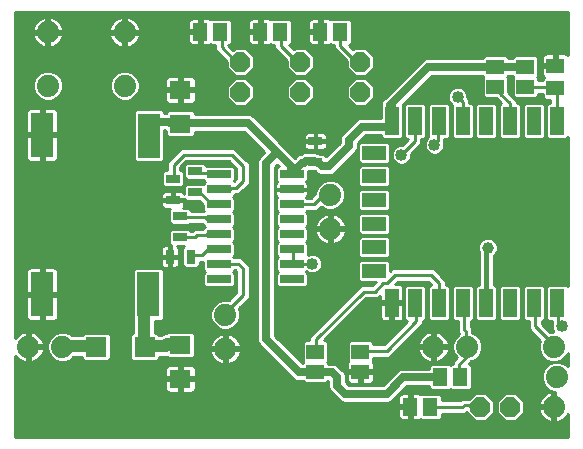
<source format=gtl>
G75*
%MOIN*%
%OFA0B0*%
%FSLAX25Y25*%
%IPPOS*%
%LPD*%
%AMOC8*
5,1,8,0,0,1.08239X$1,22.5*
%
%ADD10R,0.04724X0.09449*%
%ADD11R,0.07874X0.04724*%
%ADD12R,0.07600X0.15000*%
%ADD13C,0.07400*%
%ADD14R,0.07087X0.06693*%
%ADD15R,0.07098X0.06299*%
%ADD16R,0.05906X0.05118*%
%ADD17R,0.05118X0.05906*%
%ADD18R,0.08000X0.02600*%
%ADD19R,0.04724X0.03150*%
%ADD20R,0.03150X0.04724*%
%ADD21OC8,0.06600*%
%ADD22C,0.01000*%
%ADD23C,0.03962*%
%ADD24C,0.04000*%
%ADD25C,0.04000*%
%ADD26C,0.02500*%
%ADD27C,0.01600*%
D10*
X0129537Y0047169D03*
X0137412Y0047169D03*
X0145286Y0047169D03*
X0153160Y0047169D03*
X0161034Y0047169D03*
X0168908Y0047169D03*
X0176782Y0047169D03*
X0184656Y0047169D03*
X0184656Y0107799D03*
X0176782Y0107799D03*
X0168908Y0107799D03*
X0161034Y0107799D03*
X0153160Y0107799D03*
X0145286Y0107799D03*
X0137412Y0107799D03*
X0129537Y0107799D03*
D11*
X0123632Y0097169D03*
X0123632Y0089295D03*
X0123632Y0081421D03*
X0123632Y0073547D03*
X0123632Y0065673D03*
X0123632Y0057799D03*
D12*
X0048435Y0049965D03*
X0013002Y0049965D03*
X0013002Y0103114D03*
X0048632Y0102878D03*
D13*
X0040487Y0119569D03*
X0040487Y0137369D03*
X0014887Y0137369D03*
X0014887Y0119569D03*
X0109065Y0083184D03*
X0109065Y0071784D03*
X0074065Y0043184D03*
X0074065Y0031784D03*
X0019765Y0032484D03*
X0008365Y0032484D03*
X0143365Y0032484D03*
X0154765Y0032484D03*
X0183565Y0032484D03*
X0184565Y0022484D03*
X0183565Y0012484D03*
D14*
X0047136Y0032484D03*
X0030994Y0032484D03*
D15*
X0059065Y0033083D03*
X0059065Y0021886D03*
X0059065Y0106886D03*
X0059065Y0118083D03*
D16*
X0164065Y0119138D03*
X0164065Y0125831D03*
X0174065Y0125831D03*
X0174065Y0119138D03*
X0184065Y0118744D03*
X0184065Y0126224D03*
X0119065Y0030831D03*
X0119065Y0024138D03*
X0104065Y0024138D03*
X0104065Y0030831D03*
D17*
X0135719Y0012484D03*
X0142412Y0012484D03*
X0145719Y0022484D03*
X0152412Y0022484D03*
X0112412Y0137484D03*
X0105719Y0137484D03*
X0092412Y0137484D03*
X0085719Y0137484D03*
X0072412Y0137484D03*
X0065719Y0137484D03*
D18*
X0071965Y0089984D03*
X0071965Y0084984D03*
X0071965Y0079984D03*
X0071965Y0074984D03*
X0071965Y0069984D03*
X0071965Y0064984D03*
X0071965Y0059984D03*
X0071965Y0054984D03*
X0096165Y0054984D03*
X0096165Y0059984D03*
X0096165Y0064984D03*
X0096165Y0069984D03*
X0096165Y0074984D03*
X0096165Y0079984D03*
X0096165Y0084984D03*
X0096165Y0089984D03*
D19*
X0104065Y0093941D03*
X0104065Y0101028D03*
X0064065Y0091028D03*
X0056565Y0088528D03*
X0064065Y0083941D03*
X0056565Y0081441D03*
X0059065Y0076028D03*
X0059065Y0068941D03*
D20*
X0055522Y0062484D03*
X0062608Y0062484D03*
D21*
X0079065Y0117484D03*
X0079065Y0127484D03*
X0099065Y0127484D03*
X0099065Y0117484D03*
X0119065Y0117484D03*
X0119065Y0127484D03*
X0159065Y0012484D03*
X0169065Y0012484D03*
D22*
X0188104Y0002484D02*
X0004065Y0002484D01*
X0004065Y0029556D01*
X0004399Y0029097D01*
X0004977Y0028518D01*
X0005640Y0028037D01*
X0006369Y0027665D01*
X0007147Y0027412D01*
X0007865Y0027299D01*
X0007865Y0031984D01*
X0008865Y0031984D01*
X0008865Y0027299D01*
X0009583Y0027412D01*
X0010361Y0027665D01*
X0011090Y0028037D01*
X0011753Y0028518D01*
X0012331Y0029097D01*
X0012812Y0029759D01*
X0013184Y0030488D01*
X0013437Y0031267D01*
X0013551Y0031984D01*
X0008865Y0031984D01*
X0008865Y0032984D01*
X0013551Y0032984D01*
X0013437Y0033702D01*
X0013184Y0034480D01*
X0012812Y0035210D01*
X0012331Y0035872D01*
X0011753Y0036451D01*
X0011090Y0036932D01*
X0010361Y0037303D01*
X0009583Y0037556D01*
X0008865Y0037670D01*
X0008865Y0032984D01*
X0007865Y0032984D01*
X0007865Y0037670D01*
X0007147Y0037556D01*
X0006369Y0037303D01*
X0005640Y0036932D01*
X0004977Y0036451D01*
X0004399Y0035872D01*
X0004065Y0035413D01*
X0004065Y0144217D01*
X0188104Y0144217D01*
X0188104Y0129818D01*
X0187939Y0129984D01*
X0187597Y0130181D01*
X0187215Y0130283D01*
X0184565Y0130283D01*
X0184565Y0126724D01*
X0183565Y0126724D01*
X0183565Y0125724D01*
X0179612Y0125724D01*
X0179612Y0123468D01*
X0179715Y0123086D01*
X0179912Y0122744D01*
X0180191Y0122465D01*
X0180346Y0122376D01*
X0179812Y0121842D01*
X0179812Y0121284D01*
X0178318Y0121284D01*
X0178318Y0122235D01*
X0178069Y0122484D01*
X0178318Y0122733D01*
X0178318Y0128928D01*
X0177556Y0129690D01*
X0170574Y0129690D01*
X0169812Y0128928D01*
X0169812Y0128634D01*
X0168318Y0128634D01*
X0168318Y0128928D01*
X0167556Y0129690D01*
X0160574Y0129690D01*
X0159812Y0128928D01*
X0159812Y0128634D01*
X0140978Y0128634D01*
X0139894Y0128185D01*
X0127244Y0115535D01*
X0126414Y0114705D01*
X0125965Y0113621D01*
X0125965Y0113152D01*
X0125875Y0113062D01*
X0125875Y0108834D01*
X0118978Y0108834D01*
X0117894Y0108385D01*
X0117064Y0107555D01*
X0112664Y0103155D01*
X0112215Y0102071D01*
X0112215Y0100506D01*
X0107727Y0096018D01*
X0107727Y0096054D01*
X0106966Y0096816D01*
X0105305Y0096816D01*
X0105286Y0096835D01*
X0105192Y0096874D01*
X0105115Y0096942D01*
X0104652Y0097098D01*
X0104202Y0097284D01*
X0104100Y0097284D01*
X0104003Y0097317D01*
X0103516Y0097284D01*
X0100278Y0097284D01*
X0099194Y0096835D01*
X0099033Y0096674D01*
X0098094Y0096285D01*
X0097290Y0095481D01*
X0092911Y0099860D01*
X0084116Y0108655D01*
X0084116Y0108655D01*
X0083286Y0109485D01*
X0082202Y0109934D01*
X0063914Y0109934D01*
X0063914Y0110574D01*
X0063153Y0111335D01*
X0054977Y0111335D01*
X0054216Y0110574D01*
X0054216Y0110484D01*
X0053732Y0110484D01*
X0053732Y0110916D01*
X0052970Y0111678D01*
X0044294Y0111678D01*
X0043532Y0110916D01*
X0043532Y0094839D01*
X0044294Y0094078D01*
X0052970Y0094078D01*
X0053732Y0094839D01*
X0053732Y0104584D01*
X0053993Y0104584D01*
X0054094Y0104483D01*
X0054216Y0104433D01*
X0054216Y0103198D01*
X0054977Y0102436D01*
X0063153Y0102436D01*
X0063914Y0103198D01*
X0063914Y0104034D01*
X0080393Y0104034D01*
X0087068Y0097359D01*
X0085164Y0095455D01*
X0084715Y0094371D01*
X0084715Y0034347D01*
X0085164Y0033263D01*
X0085994Y0032433D01*
X0096994Y0021433D01*
X0098078Y0020984D01*
X0099868Y0020984D01*
X0100574Y0020279D01*
X0107556Y0020279D01*
X0108262Y0020984D01*
X0108365Y0020984D01*
X0108365Y0018947D01*
X0108814Y0017863D01*
X0111564Y0015113D01*
X0112394Y0014283D01*
X0113478Y0013834D01*
X0128402Y0013834D01*
X0129486Y0014283D01*
X0130316Y0015113D01*
X0130316Y0015113D01*
X0134537Y0019334D01*
X0141860Y0019334D01*
X0141860Y0018993D01*
X0142621Y0018231D01*
X0148816Y0018231D01*
X0149065Y0018480D01*
X0149314Y0018231D01*
X0155509Y0018231D01*
X0156271Y0018993D01*
X0156271Y0025975D01*
X0155509Y0026737D01*
X0155179Y0026737D01*
X0156044Y0027602D01*
X0157597Y0028245D01*
X0159004Y0029652D01*
X0159765Y0031490D01*
X0159765Y0033479D01*
X0159004Y0035317D01*
X0157597Y0036723D01*
X0156415Y0037213D01*
X0156415Y0038596D01*
X0155865Y0039146D01*
X0155865Y0041145D01*
X0156060Y0041145D01*
X0156822Y0041906D01*
X0156822Y0052432D01*
X0156060Y0053194D01*
X0150259Y0053194D01*
X0149497Y0052432D01*
X0149497Y0041906D01*
X0150259Y0041145D01*
X0151465Y0041145D01*
X0151465Y0037323D01*
X0152015Y0036773D01*
X0152015Y0036757D01*
X0151933Y0036723D01*
X0150526Y0035317D01*
X0149765Y0033479D01*
X0149765Y0031490D01*
X0150526Y0029652D01*
X0151199Y0028979D01*
X0149815Y0027596D01*
X0149815Y0026737D01*
X0149314Y0026737D01*
X0149065Y0026488D01*
X0148816Y0026737D01*
X0142621Y0026737D01*
X0141860Y0025975D01*
X0141860Y0025234D01*
X0132728Y0025234D01*
X0131644Y0024785D01*
X0130814Y0023955D01*
X0126593Y0019734D01*
X0115287Y0019734D01*
X0114265Y0020756D01*
X0114265Y0022871D01*
X0113816Y0023955D01*
X0112986Y0024785D01*
X0111336Y0026435D01*
X0110252Y0026884D01*
X0108318Y0026884D01*
X0108318Y0027235D01*
X0108069Y0027484D01*
X0108318Y0027733D01*
X0108318Y0033928D01*
X0107556Y0034690D01*
X0107032Y0034690D01*
X0121026Y0048684D01*
X0124876Y0048684D01*
X0125675Y0049483D01*
X0125675Y0047669D01*
X0129037Y0047669D01*
X0129037Y0046669D01*
X0125675Y0046669D01*
X0125675Y0042247D01*
X0125778Y0041866D01*
X0125975Y0041524D01*
X0126254Y0041245D01*
X0126596Y0041047D01*
X0126978Y0040945D01*
X0129038Y0040945D01*
X0129038Y0046669D01*
X0130037Y0046669D01*
X0130037Y0040945D01*
X0132097Y0040945D01*
X0132479Y0041047D01*
X0132821Y0041245D01*
X0133100Y0041524D01*
X0133297Y0041866D01*
X0133400Y0042247D01*
X0133400Y0046669D01*
X0130038Y0046669D01*
X0130038Y0047669D01*
X0133400Y0047669D01*
X0133400Y0052091D01*
X0133297Y0052473D01*
X0133100Y0052815D01*
X0132821Y0053094D01*
X0132479Y0053291D01*
X0132097Y0053394D01*
X0130686Y0053394D01*
X0131476Y0054184D01*
X0141754Y0054184D01*
X0142744Y0053194D01*
X0142385Y0053194D01*
X0141623Y0052432D01*
X0141623Y0041906D01*
X0142385Y0041145D01*
X0148186Y0041145D01*
X0148948Y0041906D01*
X0148948Y0052432D01*
X0148186Y0053194D01*
X0147615Y0053194D01*
X0147615Y0054546D01*
X0146326Y0055834D01*
X0143576Y0058584D01*
X0129654Y0058584D01*
X0128869Y0057799D01*
X0128869Y0060700D01*
X0128107Y0061461D01*
X0119156Y0061461D01*
X0118395Y0060700D01*
X0118395Y0054899D01*
X0119156Y0054137D01*
X0124107Y0054137D01*
X0123054Y0053084D01*
X0119204Y0053084D01*
X0117915Y0051796D01*
X0101965Y0035846D01*
X0101965Y0034690D01*
X0100574Y0034690D01*
X0099812Y0033928D01*
X0099812Y0027733D01*
X0100061Y0027484D01*
X0099812Y0027235D01*
X0099812Y0026959D01*
X0090615Y0036156D01*
X0090615Y0092562D01*
X0091240Y0093187D01*
X0091843Y0092584D01*
X0091627Y0092584D01*
X0090865Y0091823D01*
X0090865Y0088146D01*
X0091423Y0087588D01*
X0091244Y0087485D01*
X0090965Y0087205D01*
X0090767Y0086863D01*
X0090665Y0086482D01*
X0090665Y0085134D01*
X0096015Y0085134D01*
X0096015Y0084834D01*
X0090665Y0084834D01*
X0090665Y0083487D01*
X0090767Y0083105D01*
X0090965Y0082763D01*
X0091244Y0082484D01*
X0091423Y0082381D01*
X0090865Y0081823D01*
X0090865Y0078146D01*
X0091527Y0077484D01*
X0090865Y0076823D01*
X0090865Y0073146D01*
X0091527Y0072484D01*
X0090865Y0071823D01*
X0090865Y0068146D01*
X0091527Y0067484D01*
X0090865Y0066823D01*
X0090865Y0063146D01*
X0091527Y0062484D01*
X0090865Y0061823D01*
X0090865Y0058146D01*
X0091527Y0057484D01*
X0090865Y0056823D01*
X0090865Y0053146D01*
X0091627Y0052384D01*
X0100704Y0052384D01*
X0101465Y0053146D01*
X0101465Y0056823D01*
X0100804Y0057484D01*
X0100976Y0057657D01*
X0101196Y0057437D01*
X0102409Y0056934D01*
X0103721Y0056934D01*
X0104934Y0057437D01*
X0105863Y0058365D01*
X0106365Y0059578D01*
X0106365Y0060891D01*
X0105863Y0062104D01*
X0104934Y0063032D01*
X0103721Y0063534D01*
X0102409Y0063534D01*
X0101461Y0063142D01*
X0101465Y0063146D01*
X0101465Y0066823D01*
X0100804Y0067484D01*
X0101465Y0068146D01*
X0101465Y0071823D01*
X0100804Y0072484D01*
X0101465Y0073146D01*
X0101465Y0076823D01*
X0100804Y0077484D01*
X0101154Y0077834D01*
X0104526Y0077834D01*
X0105935Y0079243D01*
X0106233Y0078945D01*
X0108070Y0078184D01*
X0110060Y0078184D01*
X0111897Y0078945D01*
X0113304Y0080352D01*
X0114065Y0082190D01*
X0114065Y0084179D01*
X0113304Y0086017D01*
X0111897Y0087423D01*
X0110060Y0088184D01*
X0108070Y0088184D01*
X0106233Y0087423D01*
X0104826Y0086017D01*
X0104065Y0084179D01*
X0104065Y0083596D01*
X0102704Y0082234D01*
X0101054Y0082234D01*
X0100907Y0082381D01*
X0101086Y0082484D01*
X0101365Y0082763D01*
X0101563Y0083105D01*
X0101665Y0083487D01*
X0101665Y0084834D01*
X0096315Y0084834D01*
X0096315Y0085134D01*
X0101665Y0085134D01*
X0101665Y0086482D01*
X0101563Y0086863D01*
X0101365Y0087205D01*
X0101086Y0087485D01*
X0100907Y0087588D01*
X0101465Y0088146D01*
X0101465Y0091066D01*
X0103297Y0091066D01*
X0103396Y0091053D01*
X0103677Y0090958D01*
X0103904Y0090973D01*
X0104694Y0090183D01*
X0105778Y0089734D01*
X0109152Y0089734D01*
X0110236Y0090183D01*
X0116836Y0096783D01*
X0117666Y0097613D01*
X0118115Y0098697D01*
X0118115Y0100262D01*
X0120787Y0102934D01*
X0125875Y0102934D01*
X0125875Y0102536D01*
X0126637Y0101775D01*
X0132438Y0101775D01*
X0133200Y0102536D01*
X0133200Y0113062D01*
X0133157Y0113105D01*
X0142787Y0122734D01*
X0159812Y0122734D01*
X0159812Y0122733D01*
X0160061Y0122484D01*
X0159812Y0122235D01*
X0159812Y0116040D01*
X0160574Y0115279D01*
X0164259Y0115279D01*
X0165861Y0113677D01*
X0165245Y0113062D01*
X0165245Y0102536D01*
X0166007Y0101775D01*
X0171808Y0101775D01*
X0172570Y0102536D01*
X0172570Y0113062D01*
X0171808Y0113824D01*
X0171265Y0113824D01*
X0171265Y0114496D01*
X0168318Y0117443D01*
X0168318Y0122235D01*
X0168069Y0122484D01*
X0168318Y0122733D01*
X0168318Y0122734D01*
X0169812Y0122734D01*
X0169812Y0122733D01*
X0170061Y0122484D01*
X0169812Y0122235D01*
X0169812Y0116040D01*
X0170574Y0115279D01*
X0177556Y0115279D01*
X0178318Y0116040D01*
X0178318Y0116884D01*
X0179812Y0116884D01*
X0179812Y0115647D01*
X0180574Y0114885D01*
X0182265Y0114885D01*
X0182265Y0113824D01*
X0181755Y0113824D01*
X0180993Y0113062D01*
X0180993Y0102536D01*
X0181755Y0101775D01*
X0187556Y0101775D01*
X0188104Y0102323D01*
X0188104Y0052646D01*
X0187556Y0053194D01*
X0181755Y0053194D01*
X0180993Y0052432D01*
X0180993Y0041906D01*
X0181755Y0041145D01*
X0182815Y0041145D01*
X0182815Y0038678D01*
X0183309Y0037484D01*
X0182570Y0037484D01*
X0182362Y0037398D01*
X0179515Y0040246D01*
X0179515Y0041145D01*
X0179682Y0041145D01*
X0180444Y0041906D01*
X0180444Y0052432D01*
X0179682Y0053194D01*
X0173881Y0053194D01*
X0173119Y0052432D01*
X0173119Y0041906D01*
X0173881Y0041145D01*
X0175115Y0041145D01*
X0175115Y0038423D01*
X0179003Y0034535D01*
X0178565Y0033479D01*
X0178565Y0031490D01*
X0179326Y0029652D01*
X0180733Y0028245D01*
X0182570Y0027484D01*
X0184560Y0027484D01*
X0186397Y0028245D01*
X0187804Y0029652D01*
X0188104Y0030378D01*
X0188104Y0026016D01*
X0187397Y0026723D01*
X0185560Y0027484D01*
X0183570Y0027484D01*
X0181733Y0026723D01*
X0180326Y0025317D01*
X0179565Y0023479D01*
X0179565Y0021490D01*
X0180326Y0019652D01*
X0181733Y0018245D01*
X0183570Y0017484D01*
X0184065Y0017484D01*
X0184065Y0012984D01*
X0183065Y0012984D01*
X0183065Y0011984D01*
X0184065Y0011984D01*
X0184065Y0007299D01*
X0184783Y0007412D01*
X0185561Y0007665D01*
X0186290Y0008037D01*
X0186953Y0008518D01*
X0187531Y0009097D01*
X0188012Y0009759D01*
X0188104Y0009939D01*
X0188104Y0002484D01*
X0004065Y0002484D01*
X0004065Y0003483D02*
X0188104Y0003483D01*
X0188104Y0004481D02*
X0004065Y0004481D01*
X0004065Y0005480D02*
X0188104Y0005480D01*
X0188104Y0006478D02*
X0004065Y0006478D01*
X0004065Y0007477D02*
X0182149Y0007477D01*
X0182347Y0007412D02*
X0183065Y0007299D01*
X0183065Y0011984D01*
X0178379Y0011984D01*
X0178493Y0011267D01*
X0178746Y0010488D01*
X0179118Y0009759D01*
X0179599Y0009097D01*
X0180177Y0008518D01*
X0180840Y0008037D01*
X0181569Y0007665D01*
X0182347Y0007412D01*
X0183065Y0007477D02*
X0184065Y0007477D01*
X0184981Y0007477D02*
X0188104Y0007477D01*
X0188104Y0008475D02*
X0186894Y0008475D01*
X0187805Y0009474D02*
X0188104Y0009474D01*
X0184065Y0009474D02*
X0183065Y0009474D01*
X0183065Y0010472D02*
X0184065Y0010472D01*
X0184065Y0011471D02*
X0183065Y0011471D01*
X0183065Y0012469D02*
X0173665Y0012469D01*
X0173665Y0011471D02*
X0178461Y0011471D01*
X0178754Y0010472D02*
X0173559Y0010472D01*
X0173665Y0010579D02*
X0170970Y0007884D01*
X0167160Y0007884D01*
X0164465Y0010579D01*
X0164465Y0014390D01*
X0167160Y0017084D01*
X0170970Y0017084D01*
X0173665Y0014390D01*
X0173665Y0010579D01*
X0172560Y0009474D02*
X0179325Y0009474D01*
X0180236Y0008475D02*
X0171562Y0008475D01*
X0166569Y0008475D02*
X0161562Y0008475D01*
X0160970Y0007884D02*
X0163665Y0010579D01*
X0163665Y0014390D01*
X0160970Y0017084D01*
X0157160Y0017084D01*
X0155210Y0015134D01*
X0152754Y0015134D01*
X0152204Y0014584D01*
X0146271Y0014584D01*
X0146271Y0015975D01*
X0145509Y0016737D01*
X0139314Y0016737D01*
X0139206Y0016629D01*
X0139199Y0016637D01*
X0138857Y0016835D01*
X0138475Y0016937D01*
X0136219Y0016937D01*
X0136219Y0012984D01*
X0135219Y0012984D01*
X0135219Y0016937D01*
X0132962Y0016937D01*
X0132581Y0016835D01*
X0132239Y0016637D01*
X0131959Y0016358D01*
X0131762Y0016016D01*
X0131660Y0015634D01*
X0131660Y0012984D01*
X0135219Y0012984D01*
X0135219Y0011984D01*
X0136219Y0011984D01*
X0136219Y0008031D01*
X0138475Y0008031D01*
X0138857Y0008134D01*
X0139199Y0008331D01*
X0139206Y0008339D01*
X0139314Y0008231D01*
X0145509Y0008231D01*
X0146271Y0008993D01*
X0146271Y0010184D01*
X0154026Y0010184D01*
X0154465Y0010623D01*
X0154465Y0010579D01*
X0157160Y0007884D01*
X0160970Y0007884D01*
X0162560Y0009474D02*
X0165570Y0009474D01*
X0164572Y0010472D02*
X0163559Y0010472D01*
X0163665Y0011471D02*
X0164465Y0011471D01*
X0164465Y0012469D02*
X0163665Y0012469D01*
X0163665Y0013468D02*
X0164465Y0013468D01*
X0164542Y0014466D02*
X0163588Y0014466D01*
X0162590Y0015465D02*
X0165540Y0015465D01*
X0166539Y0016463D02*
X0161591Y0016463D01*
X0156539Y0016463D02*
X0145783Y0016463D01*
X0146271Y0015465D02*
X0155540Y0015465D01*
X0155315Y0012934D02*
X0156415Y0011834D01*
X0158065Y0011834D01*
X0158615Y0012384D01*
X0159065Y0012484D01*
X0155315Y0012934D02*
X0153665Y0012934D01*
X0153115Y0012384D01*
X0142665Y0012384D01*
X0142412Y0012484D01*
X0146271Y0009474D02*
X0155570Y0009474D01*
X0154572Y0010472D02*
X0154314Y0010472D01*
X0156569Y0008475D02*
X0145753Y0008475D01*
X0136219Y0008475D02*
X0135219Y0008475D01*
X0135219Y0008031D02*
X0135219Y0011984D01*
X0131660Y0011984D01*
X0131660Y0009334D01*
X0131762Y0008953D01*
X0131959Y0008610D01*
X0132239Y0008331D01*
X0132581Y0008134D01*
X0132962Y0008031D01*
X0135219Y0008031D01*
X0135219Y0009474D02*
X0136219Y0009474D01*
X0136219Y0010472D02*
X0135219Y0010472D01*
X0135219Y0011471D02*
X0136219Y0011471D01*
X0135219Y0012469D02*
X0004065Y0012469D01*
X0004065Y0011471D02*
X0131660Y0011471D01*
X0131660Y0010472D02*
X0004065Y0010472D01*
X0004065Y0009474D02*
X0131660Y0009474D01*
X0132094Y0008475D02*
X0004065Y0008475D01*
X0004065Y0013468D02*
X0131660Y0013468D01*
X0131660Y0014466D02*
X0129669Y0014466D01*
X0130668Y0015465D02*
X0131660Y0015465D01*
X0131666Y0016463D02*
X0132065Y0016463D01*
X0132665Y0017462D02*
X0182057Y0017462D01*
X0182347Y0017556D02*
X0181569Y0017303D01*
X0180840Y0016932D01*
X0180177Y0016451D01*
X0179599Y0015872D01*
X0179118Y0015210D01*
X0178746Y0014480D01*
X0178493Y0013702D01*
X0178379Y0012984D01*
X0183065Y0012984D01*
X0183065Y0017670D01*
X0182347Y0017556D01*
X0183065Y0017462D02*
X0184065Y0017462D01*
X0184065Y0016463D02*
X0183065Y0016463D01*
X0183065Y0015465D02*
X0184065Y0015465D01*
X0184065Y0014466D02*
X0183065Y0014466D01*
X0183065Y0013468D02*
X0184065Y0013468D01*
X0180195Y0016463D02*
X0171591Y0016463D01*
X0172590Y0015465D02*
X0179303Y0015465D01*
X0178741Y0014466D02*
X0173588Y0014466D01*
X0173665Y0013468D02*
X0178456Y0013468D01*
X0181518Y0018460D02*
X0155738Y0018460D01*
X0156271Y0019459D02*
X0180519Y0019459D01*
X0179993Y0020457D02*
X0156271Y0020457D01*
X0156271Y0021456D02*
X0179579Y0021456D01*
X0179565Y0022454D02*
X0156271Y0022454D01*
X0156271Y0023453D02*
X0179565Y0023453D01*
X0179968Y0024452D02*
X0156271Y0024452D01*
X0156271Y0025450D02*
X0180460Y0025450D01*
X0181458Y0026449D02*
X0155798Y0026449D01*
X0155889Y0027447D02*
X0183481Y0027447D01*
X0185649Y0027447D02*
X0188104Y0027447D01*
X0188104Y0026449D02*
X0187672Y0026449D01*
X0188104Y0028446D02*
X0186597Y0028446D01*
X0187596Y0029444D02*
X0188104Y0029444D01*
X0183915Y0032734D02*
X0183565Y0032484D01*
X0183915Y0032734D02*
X0177315Y0039334D01*
X0177315Y0047034D01*
X0176782Y0047169D01*
X0180444Y0047417D02*
X0180993Y0047417D01*
X0180993Y0046419D02*
X0180444Y0046419D01*
X0180444Y0045420D02*
X0180993Y0045420D01*
X0180993Y0044422D02*
X0180444Y0044422D01*
X0180444Y0043423D02*
X0180993Y0043423D01*
X0180993Y0042425D02*
X0180444Y0042425D01*
X0179964Y0041426D02*
X0181474Y0041426D01*
X0182815Y0040428D02*
X0179515Y0040428D01*
X0180331Y0039429D02*
X0182815Y0039429D01*
X0182917Y0038431D02*
X0181330Y0038431D01*
X0182328Y0037432D02*
X0182445Y0037432D01*
X0185015Y0040434D02*
X0186115Y0039334D01*
X0185015Y0040434D02*
X0185015Y0047034D01*
X0184656Y0047169D01*
X0180993Y0048416D02*
X0180444Y0048416D01*
X0180444Y0049414D02*
X0180993Y0049414D01*
X0180993Y0050413D02*
X0180444Y0050413D01*
X0180444Y0051411D02*
X0180993Y0051411D01*
X0180993Y0052410D02*
X0180444Y0052410D01*
X0188104Y0053408D02*
X0163534Y0053408D01*
X0163534Y0053194D02*
X0163534Y0062824D01*
X0164327Y0063618D01*
X0164826Y0064824D01*
X0164826Y0066129D01*
X0164327Y0067335D01*
X0163404Y0068258D01*
X0162198Y0068757D01*
X0160893Y0068757D01*
X0159687Y0068258D01*
X0158764Y0067335D01*
X0158264Y0066129D01*
X0158264Y0064824D01*
X0158534Y0064174D01*
X0158534Y0053194D01*
X0158133Y0053194D01*
X0157371Y0052432D01*
X0157371Y0041906D01*
X0158133Y0041145D01*
X0163934Y0041145D01*
X0164696Y0041906D01*
X0164696Y0052432D01*
X0163934Y0053194D01*
X0163534Y0053194D01*
X0163534Y0054407D02*
X0188104Y0054407D01*
X0188104Y0055405D02*
X0163534Y0055405D01*
X0163534Y0056404D02*
X0188104Y0056404D01*
X0188104Y0057402D02*
X0163534Y0057402D01*
X0163534Y0058401D02*
X0188104Y0058401D01*
X0188104Y0059399D02*
X0163534Y0059399D01*
X0163534Y0060398D02*
X0188104Y0060398D01*
X0188104Y0061396D02*
X0163534Y0061396D01*
X0163534Y0062395D02*
X0188104Y0062395D01*
X0188104Y0063393D02*
X0164103Y0063393D01*
X0164648Y0064392D02*
X0188104Y0064392D01*
X0188104Y0065390D02*
X0164826Y0065390D01*
X0164719Y0066389D02*
X0188104Y0066389D01*
X0188104Y0067387D02*
X0164274Y0067387D01*
X0163095Y0068386D02*
X0188104Y0068386D01*
X0188104Y0069385D02*
X0113678Y0069385D01*
X0113512Y0069059D02*
X0113884Y0069788D01*
X0114137Y0070567D01*
X0114251Y0071284D01*
X0109565Y0071284D01*
X0109565Y0066599D01*
X0110283Y0066712D01*
X0111061Y0066965D01*
X0111790Y0067337D01*
X0112453Y0067818D01*
X0113031Y0068397D01*
X0113512Y0069059D01*
X0113021Y0068386D02*
X0118395Y0068386D01*
X0118395Y0068574D02*
X0118395Y0062773D01*
X0119156Y0062011D01*
X0128107Y0062011D01*
X0128869Y0062773D01*
X0128869Y0068574D01*
X0128107Y0069335D01*
X0119156Y0069335D01*
X0118395Y0068574D01*
X0118395Y0067387D02*
X0111860Y0067387D01*
X0109565Y0067387D02*
X0108565Y0067387D01*
X0108565Y0066599D02*
X0108565Y0071284D01*
X0109565Y0071284D01*
X0109565Y0072284D01*
X0114251Y0072284D01*
X0114137Y0073002D01*
X0113884Y0073780D01*
X0113512Y0074510D01*
X0113031Y0075172D01*
X0112453Y0075751D01*
X0111790Y0076232D01*
X0111061Y0076603D01*
X0110283Y0076856D01*
X0109565Y0076970D01*
X0109565Y0072284D01*
X0108565Y0072284D01*
X0108565Y0071284D01*
X0103879Y0071284D01*
X0103993Y0070567D01*
X0104246Y0069788D01*
X0104618Y0069059D01*
X0105099Y0068397D01*
X0105677Y0067818D01*
X0106340Y0067337D01*
X0107069Y0066965D01*
X0107847Y0066712D01*
X0108565Y0066599D01*
X0108565Y0068386D02*
X0109565Y0068386D01*
X0109565Y0069385D02*
X0108565Y0069385D01*
X0108565Y0070383D02*
X0109565Y0070383D01*
X0109565Y0071382D02*
X0118395Y0071382D01*
X0118395Y0070647D02*
X0119156Y0069885D01*
X0128107Y0069885D01*
X0128869Y0070647D01*
X0128869Y0076448D01*
X0128107Y0077209D01*
X0119156Y0077209D01*
X0118395Y0076448D01*
X0118395Y0070647D01*
X0118659Y0070383D02*
X0114077Y0070383D01*
X0114235Y0072380D02*
X0118395Y0072380D01*
X0118395Y0073379D02*
X0114015Y0073379D01*
X0113580Y0074377D02*
X0118395Y0074377D01*
X0118395Y0075376D02*
X0112828Y0075376D01*
X0111511Y0076374D02*
X0118395Y0076374D01*
X0119156Y0077759D02*
X0128107Y0077759D01*
X0128869Y0078521D01*
X0128869Y0084322D01*
X0128107Y0085083D01*
X0119156Y0085083D01*
X0118395Y0084322D01*
X0118395Y0078521D01*
X0119156Y0077759D01*
X0118544Y0078371D02*
X0110511Y0078371D01*
X0112321Y0079370D02*
X0118395Y0079370D01*
X0118395Y0080368D02*
X0113311Y0080368D01*
X0113724Y0081367D02*
X0118395Y0081367D01*
X0118395Y0082365D02*
X0114065Y0082365D01*
X0114065Y0083364D02*
X0118395Y0083364D01*
X0118435Y0084362D02*
X0113989Y0084362D01*
X0113576Y0085361D02*
X0188104Y0085361D01*
X0188104Y0086359D02*
X0128834Y0086359D01*
X0128869Y0086395D02*
X0128107Y0085633D01*
X0119156Y0085633D01*
X0118395Y0086395D01*
X0118395Y0092196D01*
X0119156Y0092957D01*
X0128107Y0092957D01*
X0128869Y0092196D01*
X0128869Y0086395D01*
X0128869Y0087358D02*
X0188104Y0087358D01*
X0188104Y0088356D02*
X0128869Y0088356D01*
X0128869Y0089355D02*
X0188104Y0089355D01*
X0188104Y0090353D02*
X0128869Y0090353D01*
X0128869Y0091352D02*
X0188104Y0091352D01*
X0188104Y0092350D02*
X0128715Y0092350D01*
X0128107Y0093507D02*
X0128869Y0094269D01*
X0128869Y0100070D01*
X0128107Y0100831D01*
X0119156Y0100831D01*
X0118395Y0100070D01*
X0118395Y0094269D01*
X0119156Y0093507D01*
X0128107Y0093507D01*
X0128869Y0094347D02*
X0130285Y0094347D01*
X0129967Y0094665D02*
X0130896Y0093737D01*
X0132109Y0093234D01*
X0133421Y0093234D01*
X0134634Y0093737D01*
X0135563Y0094665D01*
X0136065Y0095878D01*
X0136065Y0096723D01*
X0139365Y0100023D01*
X0139365Y0101775D01*
X0140312Y0101775D01*
X0141074Y0102536D01*
X0141074Y0113062D01*
X0140312Y0113824D01*
X0134511Y0113824D01*
X0133749Y0113062D01*
X0133749Y0102536D01*
X0134511Y0101775D01*
X0134894Y0101775D01*
X0132954Y0099834D01*
X0132109Y0099834D01*
X0130896Y0099332D01*
X0129967Y0098404D01*
X0129465Y0097191D01*
X0129465Y0095878D01*
X0129967Y0094665D01*
X0129685Y0095346D02*
X0128869Y0095346D01*
X0128869Y0096344D02*
X0129465Y0096344D01*
X0129528Y0097343D02*
X0128869Y0097343D01*
X0128869Y0098341D02*
X0129942Y0098341D01*
X0130915Y0099340D02*
X0128869Y0099340D01*
X0128601Y0100338D02*
X0133458Y0100338D01*
X0134456Y0101337D02*
X0119190Y0101337D01*
X0118663Y0100338D02*
X0118191Y0100338D01*
X0118115Y0099340D02*
X0118395Y0099340D01*
X0118395Y0098341D02*
X0117968Y0098341D01*
X0118395Y0097343D02*
X0117396Y0097343D01*
X0116397Y0096344D02*
X0118395Y0096344D01*
X0118395Y0095346D02*
X0115399Y0095346D01*
X0114400Y0094347D02*
X0118395Y0094347D01*
X0118549Y0092350D02*
X0112403Y0092350D01*
X0111404Y0091352D02*
X0118395Y0091352D01*
X0118395Y0090353D02*
X0110406Y0090353D01*
X0111963Y0087358D02*
X0118395Y0087358D01*
X0118395Y0088356D02*
X0101465Y0088356D01*
X0101465Y0089355D02*
X0118395Y0089355D01*
X0118430Y0086359D02*
X0112961Y0086359D01*
X0109065Y0083184D02*
X0108565Y0082784D01*
X0106365Y0082784D01*
X0103615Y0080034D01*
X0096465Y0080034D01*
X0096165Y0079984D01*
X0091408Y0082365D02*
X0090615Y0082365D01*
X0090615Y0081367D02*
X0090865Y0081367D01*
X0090865Y0080368D02*
X0090615Y0080368D01*
X0090615Y0079370D02*
X0090865Y0079370D01*
X0090865Y0078371D02*
X0090615Y0078371D01*
X0090615Y0077373D02*
X0091415Y0077373D01*
X0090865Y0076374D02*
X0090615Y0076374D01*
X0090615Y0075376D02*
X0090865Y0075376D01*
X0090865Y0074377D02*
X0090615Y0074377D01*
X0090615Y0073379D02*
X0090865Y0073379D01*
X0090615Y0072380D02*
X0091422Y0072380D01*
X0090865Y0071382D02*
X0090615Y0071382D01*
X0090615Y0070383D02*
X0090865Y0070383D01*
X0090865Y0069385D02*
X0090615Y0069385D01*
X0090615Y0068386D02*
X0090865Y0068386D01*
X0090615Y0067387D02*
X0091430Y0067387D01*
X0090865Y0066389D02*
X0090615Y0066389D01*
X0090615Y0065390D02*
X0090865Y0065390D01*
X0090865Y0064392D02*
X0090615Y0064392D01*
X0090615Y0063393D02*
X0090865Y0063393D01*
X0090615Y0062395D02*
X0091437Y0062395D01*
X0090865Y0061396D02*
X0090615Y0061396D01*
X0090615Y0060398D02*
X0090865Y0060398D01*
X0090865Y0059399D02*
X0090615Y0059399D01*
X0090615Y0058401D02*
X0090865Y0058401D01*
X0090615Y0057402D02*
X0091445Y0057402D01*
X0090865Y0056404D02*
X0090615Y0056404D01*
X0090615Y0055405D02*
X0090865Y0055405D01*
X0090865Y0054407D02*
X0090615Y0054407D01*
X0090615Y0053408D02*
X0090865Y0053408D01*
X0090615Y0052410D02*
X0091601Y0052410D01*
X0090615Y0051411D02*
X0117531Y0051411D01*
X0116532Y0050413D02*
X0090615Y0050413D01*
X0090615Y0049414D02*
X0115534Y0049414D01*
X0114535Y0048416D02*
X0090615Y0048416D01*
X0090615Y0047417D02*
X0113537Y0047417D01*
X0112538Y0046419D02*
X0090615Y0046419D01*
X0090615Y0045420D02*
X0111540Y0045420D01*
X0110541Y0044422D02*
X0090615Y0044422D01*
X0090615Y0043423D02*
X0109543Y0043423D01*
X0108544Y0042425D02*
X0090615Y0042425D01*
X0090615Y0041426D02*
X0107546Y0041426D01*
X0106547Y0040428D02*
X0090615Y0040428D01*
X0090615Y0039429D02*
X0105549Y0039429D01*
X0104550Y0038431D02*
X0090615Y0038431D01*
X0090615Y0037432D02*
X0103552Y0037432D01*
X0102553Y0036434D02*
X0090615Y0036434D01*
X0091336Y0035435D02*
X0101965Y0035435D01*
X0100321Y0034437D02*
X0092335Y0034437D01*
X0093333Y0033438D02*
X0099812Y0033438D01*
X0099812Y0032440D02*
X0094332Y0032440D01*
X0095330Y0031441D02*
X0099812Y0031441D01*
X0099812Y0030443D02*
X0096329Y0030443D01*
X0097327Y0029444D02*
X0099812Y0029444D01*
X0099812Y0028446D02*
X0098326Y0028446D01*
X0099324Y0027447D02*
X0100024Y0027447D01*
X0104065Y0030831D02*
X0104165Y0031084D01*
X0104165Y0034934D01*
X0120115Y0050884D01*
X0123965Y0050884D01*
X0126715Y0053634D01*
X0127815Y0053634D01*
X0130565Y0056384D01*
X0142665Y0056384D01*
X0145415Y0053634D01*
X0145415Y0047584D01*
X0145286Y0047169D01*
X0148948Y0047417D02*
X0149497Y0047417D01*
X0149497Y0046419D02*
X0148948Y0046419D01*
X0148948Y0045420D02*
X0149497Y0045420D01*
X0149497Y0044422D02*
X0148948Y0044422D01*
X0148948Y0043423D02*
X0149497Y0043423D01*
X0149497Y0042425D02*
X0148948Y0042425D01*
X0148468Y0041426D02*
X0149978Y0041426D01*
X0151465Y0040428D02*
X0139915Y0040428D01*
X0139915Y0040073D02*
X0139915Y0041145D01*
X0140312Y0041145D01*
X0141074Y0041906D01*
X0141074Y0052432D01*
X0140312Y0053194D01*
X0134511Y0053194D01*
X0133749Y0052432D01*
X0133749Y0041906D01*
X0134511Y0041145D01*
X0134764Y0041145D01*
X0126904Y0033284D01*
X0123318Y0033284D01*
X0123318Y0033928D01*
X0122556Y0034690D01*
X0115574Y0034690D01*
X0114812Y0033928D01*
X0114812Y0027733D01*
X0114920Y0027626D01*
X0114912Y0027618D01*
X0114715Y0027276D01*
X0114612Y0026894D01*
X0114612Y0024638D01*
X0118565Y0024638D01*
X0118565Y0023638D01*
X0114612Y0023638D01*
X0114612Y0021381D01*
X0114715Y0021000D01*
X0114912Y0020658D01*
X0115191Y0020378D01*
X0115533Y0020181D01*
X0115915Y0020079D01*
X0118565Y0020079D01*
X0118565Y0023638D01*
X0119565Y0023638D01*
X0119565Y0024638D01*
X0123518Y0024638D01*
X0123518Y0026894D01*
X0123416Y0027276D01*
X0123218Y0027618D01*
X0123210Y0027626D01*
X0123318Y0027733D01*
X0123318Y0028884D01*
X0128726Y0028884D01*
X0138626Y0038784D01*
X0139915Y0040073D01*
X0139271Y0039429D02*
X0151465Y0039429D01*
X0151465Y0038431D02*
X0138273Y0038431D01*
X0137274Y0037432D02*
X0141766Y0037432D01*
X0142147Y0037556D02*
X0141369Y0037303D01*
X0140640Y0036932D01*
X0139977Y0036451D01*
X0139399Y0035872D01*
X0138918Y0035210D01*
X0138546Y0034480D01*
X0138293Y0033702D01*
X0138179Y0032984D01*
X0142865Y0032984D01*
X0142865Y0031984D01*
X0143865Y0031984D01*
X0143865Y0027299D01*
X0144583Y0027412D01*
X0145361Y0027665D01*
X0146090Y0028037D01*
X0146753Y0028518D01*
X0147331Y0029097D01*
X0147812Y0029759D01*
X0148184Y0030488D01*
X0148437Y0031267D01*
X0148551Y0031984D01*
X0143865Y0031984D01*
X0143865Y0032984D01*
X0148551Y0032984D01*
X0148437Y0033702D01*
X0148184Y0034480D01*
X0147812Y0035210D01*
X0147331Y0035872D01*
X0146753Y0036451D01*
X0146090Y0036932D01*
X0145361Y0037303D01*
X0144583Y0037556D01*
X0143865Y0037670D01*
X0143865Y0032984D01*
X0142865Y0032984D01*
X0142865Y0037670D01*
X0142147Y0037556D01*
X0142865Y0037432D02*
X0143865Y0037432D01*
X0143865Y0036434D02*
X0142865Y0036434D01*
X0142865Y0035435D02*
X0143865Y0035435D01*
X0143865Y0034437D02*
X0142865Y0034437D01*
X0142865Y0033438D02*
X0143865Y0033438D01*
X0143865Y0032440D02*
X0149765Y0032440D01*
X0149765Y0033438D02*
X0148479Y0033438D01*
X0148198Y0034437D02*
X0150162Y0034437D01*
X0150645Y0035435D02*
X0147649Y0035435D01*
X0146770Y0036434D02*
X0151643Y0036434D01*
X0151465Y0037432D02*
X0144965Y0037432D01*
X0139961Y0036434D02*
X0136276Y0036434D01*
X0135277Y0035435D02*
X0139081Y0035435D01*
X0138532Y0034437D02*
X0134279Y0034437D01*
X0133280Y0033438D02*
X0138251Y0033438D01*
X0138179Y0031984D02*
X0138293Y0031267D01*
X0138546Y0030488D01*
X0138918Y0029759D01*
X0139399Y0029097D01*
X0139977Y0028518D01*
X0140640Y0028037D01*
X0141369Y0027665D01*
X0142147Y0027412D01*
X0142865Y0027299D01*
X0142865Y0031984D01*
X0138179Y0031984D01*
X0138265Y0031441D02*
X0131283Y0031441D01*
X0130285Y0030443D02*
X0138569Y0030443D01*
X0139146Y0029444D02*
X0129286Y0029444D01*
X0127815Y0031084D02*
X0137715Y0040984D01*
X0137715Y0047034D01*
X0137412Y0047169D01*
X0133749Y0047417D02*
X0130038Y0047417D01*
X0130037Y0046419D02*
X0129038Y0046419D01*
X0129037Y0047417D02*
X0119759Y0047417D01*
X0118761Y0046419D02*
X0125675Y0046419D01*
X0125675Y0045420D02*
X0117762Y0045420D01*
X0116764Y0044422D02*
X0125675Y0044422D01*
X0125675Y0043423D02*
X0115765Y0043423D01*
X0114767Y0042425D02*
X0125675Y0042425D01*
X0126073Y0041426D02*
X0113768Y0041426D01*
X0112770Y0040428D02*
X0134047Y0040428D01*
X0134230Y0041426D02*
X0133002Y0041426D01*
X0133400Y0042425D02*
X0133749Y0042425D01*
X0133749Y0043423D02*
X0133400Y0043423D01*
X0133400Y0044422D02*
X0133749Y0044422D01*
X0133749Y0045420D02*
X0133400Y0045420D01*
X0133400Y0046419D02*
X0133749Y0046419D01*
X0133749Y0048416D02*
X0133400Y0048416D01*
X0133400Y0049414D02*
X0133749Y0049414D01*
X0133749Y0050413D02*
X0133400Y0050413D01*
X0133400Y0051411D02*
X0133749Y0051411D01*
X0133749Y0052410D02*
X0133314Y0052410D01*
X0130700Y0053408D02*
X0142530Y0053408D01*
X0141623Y0052410D02*
X0141074Y0052410D01*
X0141074Y0051411D02*
X0141623Y0051411D01*
X0141623Y0050413D02*
X0141074Y0050413D01*
X0141074Y0049414D02*
X0141623Y0049414D01*
X0141623Y0048416D02*
X0141074Y0048416D01*
X0141074Y0047417D02*
X0141623Y0047417D01*
X0141623Y0046419D02*
X0141074Y0046419D01*
X0141074Y0045420D02*
X0141623Y0045420D01*
X0141623Y0044422D02*
X0141074Y0044422D01*
X0141074Y0043423D02*
X0141623Y0043423D01*
X0141623Y0042425D02*
X0141074Y0042425D01*
X0140594Y0041426D02*
X0142104Y0041426D01*
X0133049Y0039429D02*
X0111771Y0039429D01*
X0110773Y0038431D02*
X0132050Y0038431D01*
X0131052Y0037432D02*
X0109774Y0037432D01*
X0108776Y0036434D02*
X0130053Y0036434D01*
X0129055Y0035435D02*
X0107777Y0035435D01*
X0107809Y0034437D02*
X0115321Y0034437D01*
X0114812Y0033438D02*
X0108318Y0033438D01*
X0108318Y0032440D02*
X0114812Y0032440D01*
X0114812Y0031441D02*
X0108318Y0031441D01*
X0108318Y0030443D02*
X0114812Y0030443D01*
X0114812Y0029444D02*
X0108318Y0029444D01*
X0108318Y0028446D02*
X0114812Y0028446D01*
X0114813Y0027447D02*
X0108106Y0027447D01*
X0111304Y0026449D02*
X0114612Y0026449D01*
X0114612Y0025450D02*
X0112321Y0025450D01*
X0113320Y0024452D02*
X0118565Y0024452D01*
X0118565Y0023453D02*
X0119565Y0023453D01*
X0119565Y0023638D02*
X0119565Y0020079D01*
X0122215Y0020079D01*
X0122597Y0020181D01*
X0122939Y0020378D01*
X0123218Y0020658D01*
X0123416Y0021000D01*
X0123518Y0021381D01*
X0123518Y0023638D01*
X0119565Y0023638D01*
X0119565Y0024452D02*
X0131310Y0024452D01*
X0130814Y0023955D02*
X0130814Y0023955D01*
X0130312Y0023453D02*
X0123518Y0023453D01*
X0123518Y0022454D02*
X0129313Y0022454D01*
X0128315Y0021456D02*
X0123518Y0021456D01*
X0123018Y0020457D02*
X0127316Y0020457D01*
X0133663Y0018460D02*
X0142392Y0018460D01*
X0136219Y0016463D02*
X0135219Y0016463D01*
X0135219Y0015465D02*
X0136219Y0015465D01*
X0136219Y0014466D02*
X0135219Y0014466D01*
X0135219Y0013468D02*
X0136219Y0013468D01*
X0149045Y0018460D02*
X0149085Y0018460D01*
X0152412Y0022484D02*
X0152015Y0022834D01*
X0152015Y0026684D01*
X0154215Y0028884D01*
X0154215Y0031634D01*
X0154765Y0032184D01*
X0154765Y0032484D01*
X0154765Y0035484D01*
X0154215Y0036034D01*
X0154215Y0037684D01*
X0153665Y0038234D01*
X0153665Y0047034D01*
X0153160Y0047169D01*
X0149497Y0048416D02*
X0148948Y0048416D01*
X0148948Y0049414D02*
X0149497Y0049414D01*
X0149497Y0050413D02*
X0148948Y0050413D01*
X0148948Y0051411D02*
X0149497Y0051411D01*
X0149497Y0052410D02*
X0148948Y0052410D01*
X0147615Y0053408D02*
X0158534Y0053408D01*
X0158534Y0054407D02*
X0147615Y0054407D01*
X0146755Y0055405D02*
X0158534Y0055405D01*
X0158534Y0056404D02*
X0145757Y0056404D01*
X0144758Y0057402D02*
X0158534Y0057402D01*
X0158534Y0058401D02*
X0143760Y0058401D01*
X0129470Y0058401D02*
X0128869Y0058401D01*
X0128869Y0059399D02*
X0158534Y0059399D01*
X0158534Y0060398D02*
X0128869Y0060398D01*
X0128172Y0061396D02*
X0158534Y0061396D01*
X0158534Y0062395D02*
X0128491Y0062395D01*
X0128869Y0063393D02*
X0158534Y0063393D01*
X0158443Y0064392D02*
X0128869Y0064392D01*
X0128869Y0065390D02*
X0158264Y0065390D01*
X0158372Y0066389D02*
X0128869Y0066389D01*
X0128869Y0067387D02*
X0158816Y0067387D01*
X0159996Y0068386D02*
X0128869Y0068386D01*
X0128605Y0070383D02*
X0188104Y0070383D01*
X0188104Y0071382D02*
X0128869Y0071382D01*
X0128869Y0072380D02*
X0188104Y0072380D01*
X0188104Y0073379D02*
X0128869Y0073379D01*
X0128869Y0074377D02*
X0188104Y0074377D01*
X0188104Y0075376D02*
X0128869Y0075376D01*
X0128869Y0076374D02*
X0188104Y0076374D01*
X0188104Y0077373D02*
X0100915Y0077373D01*
X0101465Y0076374D02*
X0106619Y0076374D01*
X0106340Y0076232D02*
X0107069Y0076603D01*
X0107847Y0076856D01*
X0108565Y0076970D01*
X0108565Y0072284D01*
X0103879Y0072284D01*
X0103993Y0073002D01*
X0104246Y0073780D01*
X0104618Y0074510D01*
X0105099Y0075172D01*
X0105677Y0075751D01*
X0106340Y0076232D01*
X0105302Y0075376D02*
X0101465Y0075376D01*
X0101465Y0074377D02*
X0104550Y0074377D01*
X0104115Y0073379D02*
X0101465Y0073379D01*
X0100908Y0072380D02*
X0103895Y0072380D01*
X0101465Y0071382D02*
X0108565Y0071382D01*
X0108565Y0072380D02*
X0109565Y0072380D01*
X0109565Y0073379D02*
X0108565Y0073379D01*
X0108565Y0074377D02*
X0109565Y0074377D01*
X0109565Y0075376D02*
X0108565Y0075376D01*
X0108565Y0076374D02*
X0109565Y0076374D01*
X0107619Y0078371D02*
X0105063Y0078371D01*
X0102835Y0082365D02*
X0100923Y0082365D01*
X0101632Y0083364D02*
X0103833Y0083364D01*
X0104141Y0084362D02*
X0101665Y0084362D01*
X0101665Y0085361D02*
X0104555Y0085361D01*
X0105169Y0086359D02*
X0101665Y0086359D01*
X0101213Y0087358D02*
X0106167Y0087358D01*
X0104524Y0090353D02*
X0101465Y0090353D01*
X0098237Y0096344D02*
X0096427Y0096344D01*
X0095428Y0097343D02*
X0109052Y0097343D01*
X0110050Y0098341D02*
X0107437Y0098341D01*
X0107348Y0098252D02*
X0107628Y0098532D01*
X0107825Y0098874D01*
X0107927Y0099255D01*
X0107927Y0100740D01*
X0104353Y0100740D01*
X0104353Y0101315D01*
X0107927Y0101315D01*
X0107927Y0102800D01*
X0107825Y0103181D01*
X0107628Y0103523D01*
X0107348Y0103803D01*
X0107006Y0104000D01*
X0106625Y0104102D01*
X0104352Y0104102D01*
X0104352Y0101315D01*
X0103778Y0101315D01*
X0103778Y0104102D01*
X0101505Y0104102D01*
X0101124Y0104000D01*
X0100782Y0103803D01*
X0100503Y0103523D01*
X0100305Y0103181D01*
X0100203Y0102800D01*
X0100203Y0101315D01*
X0103778Y0101315D01*
X0103778Y0100740D01*
X0104352Y0100740D01*
X0104352Y0097953D01*
X0106625Y0097953D01*
X0107006Y0098055D01*
X0107348Y0098252D01*
X0107927Y0099340D02*
X0111049Y0099340D01*
X0112047Y0100338D02*
X0107927Y0100338D01*
X0107927Y0101337D02*
X0112215Y0101337D01*
X0112325Y0102335D02*
X0107927Y0102335D01*
X0107737Y0103334D02*
X0112843Y0103334D01*
X0113841Y0104332D02*
X0088439Y0104332D01*
X0089437Y0103334D02*
X0100393Y0103334D01*
X0100203Y0102335D02*
X0090436Y0102335D01*
X0091434Y0101337D02*
X0100203Y0101337D01*
X0100203Y0100740D02*
X0100203Y0099255D01*
X0100305Y0098874D01*
X0100503Y0098532D01*
X0100782Y0098252D01*
X0101124Y0098055D01*
X0101505Y0097953D01*
X0103778Y0097953D01*
X0103778Y0100740D01*
X0100203Y0100740D01*
X0100203Y0100338D02*
X0092433Y0100338D01*
X0092911Y0099860D02*
X0092911Y0099860D01*
X0093431Y0099340D02*
X0100203Y0099340D01*
X0100693Y0098341D02*
X0094430Y0098341D01*
X0087052Y0097343D02*
X0078418Y0097343D01*
X0079416Y0096344D02*
X0086053Y0096344D01*
X0085119Y0095346D02*
X0080415Y0095346D01*
X0080876Y0094884D02*
X0077026Y0098734D01*
X0059254Y0098734D01*
X0057965Y0097446D01*
X0054665Y0094146D01*
X0054665Y0091402D01*
X0053664Y0091402D01*
X0052903Y0090641D01*
X0052903Y0086414D01*
X0053664Y0085653D01*
X0059466Y0085653D01*
X0060227Y0086414D01*
X0060227Y0090641D01*
X0059466Y0091402D01*
X0059065Y0091402D01*
X0059065Y0092323D01*
X0061076Y0094334D01*
X0075204Y0094334D01*
X0077765Y0091773D01*
X0077765Y0088646D01*
X0076854Y0087734D01*
X0076854Y0087734D01*
X0077265Y0088146D01*
X0077265Y0091823D01*
X0076504Y0092584D01*
X0068876Y0092584D01*
X0068776Y0092684D01*
X0067727Y0092684D01*
X0067727Y0093141D01*
X0066966Y0093902D01*
X0061164Y0093902D01*
X0060403Y0093141D01*
X0060403Y0088914D01*
X0061164Y0088153D01*
X0066665Y0088153D01*
X0066665Y0088146D01*
X0067327Y0087484D01*
X0066665Y0086823D01*
X0066665Y0086816D01*
X0061164Y0086816D01*
X0060403Y0086054D01*
X0060403Y0083304D01*
X0060325Y0083595D01*
X0060128Y0083937D01*
X0059848Y0084216D01*
X0059506Y0084414D01*
X0059125Y0084516D01*
X0056852Y0084516D01*
X0056852Y0081728D01*
X0056278Y0081728D01*
X0056278Y0081154D01*
X0052703Y0081154D01*
X0052703Y0079669D01*
X0052805Y0079287D01*
X0053003Y0078945D01*
X0053282Y0078666D01*
X0053624Y0078468D01*
X0054005Y0078366D01*
X0055628Y0078366D01*
X0055403Y0078141D01*
X0055403Y0073914D01*
X0056164Y0073153D01*
X0061966Y0073153D01*
X0062247Y0073434D01*
X0066404Y0073434D01*
X0066665Y0073173D01*
X0066665Y0073146D01*
X0067327Y0072484D01*
X0067177Y0072334D01*
X0066954Y0072334D01*
X0066404Y0071784D01*
X0063654Y0071784D01*
X0063104Y0071234D01*
X0062547Y0071234D01*
X0061966Y0071816D01*
X0056164Y0071816D01*
X0055403Y0071054D01*
X0055403Y0066828D01*
X0055884Y0066346D01*
X0055809Y0066346D01*
X0055809Y0062772D01*
X0055234Y0062772D01*
X0055234Y0066346D01*
X0053749Y0066346D01*
X0053368Y0066244D01*
X0053026Y0066047D01*
X0052747Y0065767D01*
X0052549Y0065425D01*
X0052447Y0065044D01*
X0052447Y0062772D01*
X0055234Y0062772D01*
X0055234Y0062197D01*
X0052447Y0062197D01*
X0052447Y0059925D01*
X0052549Y0059543D01*
X0052747Y0059201D01*
X0053026Y0058922D01*
X0053368Y0058724D01*
X0053749Y0058622D01*
X0055234Y0058622D01*
X0055234Y0062197D01*
X0055809Y0062197D01*
X0055809Y0062772D01*
X0058597Y0062772D01*
X0058597Y0065044D01*
X0058494Y0065425D01*
X0058297Y0065767D01*
X0058018Y0066047D01*
X0057984Y0066066D01*
X0060415Y0066066D01*
X0059734Y0065385D01*
X0059734Y0059584D01*
X0060495Y0058822D01*
X0064722Y0058822D01*
X0065483Y0059584D01*
X0065483Y0060784D01*
X0066665Y0060784D01*
X0066665Y0058146D01*
X0067327Y0057484D01*
X0066665Y0056823D01*
X0066665Y0053146D01*
X0067427Y0052384D01*
X0076504Y0052384D01*
X0077265Y0053146D01*
X0077265Y0056823D01*
X0076604Y0057484D01*
X0077154Y0058034D01*
X0077404Y0058034D01*
X0077765Y0057673D01*
X0077765Y0050696D01*
X0075197Y0048127D01*
X0075060Y0048184D01*
X0073070Y0048184D01*
X0071233Y0047423D01*
X0069826Y0046017D01*
X0069065Y0044179D01*
X0069065Y0042190D01*
X0069826Y0040352D01*
X0071233Y0038945D01*
X0073070Y0038184D01*
X0075060Y0038184D01*
X0076897Y0038945D01*
X0078304Y0040352D01*
X0079065Y0042190D01*
X0079065Y0044179D01*
X0078598Y0045306D01*
X0082165Y0048873D01*
X0082165Y0059496D01*
X0080876Y0060784D01*
X0079226Y0062434D01*
X0076654Y0062434D01*
X0076604Y0062484D01*
X0077265Y0063146D01*
X0077265Y0066823D01*
X0076604Y0067484D01*
X0077265Y0068146D01*
X0077265Y0071823D01*
X0076604Y0072484D01*
X0077265Y0073146D01*
X0077265Y0076823D01*
X0076604Y0077484D01*
X0077265Y0078146D01*
X0077265Y0081823D01*
X0076604Y0082484D01*
X0077265Y0083146D01*
X0077265Y0083334D01*
X0078676Y0083334D01*
X0079965Y0084623D01*
X0082165Y0086823D01*
X0082165Y0093596D01*
X0080876Y0094884D01*
X0081413Y0094347D02*
X0084715Y0094347D01*
X0084715Y0093349D02*
X0082165Y0093349D01*
X0082165Y0092350D02*
X0084715Y0092350D01*
X0084715Y0091352D02*
X0082165Y0091352D01*
X0082165Y0090353D02*
X0084715Y0090353D01*
X0084715Y0089355D02*
X0082165Y0089355D01*
X0082165Y0088356D02*
X0084715Y0088356D01*
X0084715Y0087358D02*
X0082165Y0087358D01*
X0081701Y0086359D02*
X0084715Y0086359D01*
X0084715Y0085361D02*
X0080703Y0085361D01*
X0079704Y0084362D02*
X0084715Y0084362D01*
X0084715Y0083364D02*
X0078706Y0083364D01*
X0076723Y0082365D02*
X0084715Y0082365D01*
X0084715Y0081367D02*
X0077265Y0081367D01*
X0077265Y0080368D02*
X0084715Y0080368D01*
X0084715Y0079370D02*
X0077265Y0079370D01*
X0077265Y0078371D02*
X0084715Y0078371D01*
X0084715Y0077373D02*
X0076715Y0077373D01*
X0077265Y0076374D02*
X0084715Y0076374D01*
X0084715Y0075376D02*
X0077265Y0075376D01*
X0077265Y0074377D02*
X0084715Y0074377D01*
X0084715Y0073379D02*
X0077265Y0073379D01*
X0076708Y0072380D02*
X0084715Y0072380D01*
X0084715Y0071382D02*
X0077265Y0071382D01*
X0077265Y0070383D02*
X0084715Y0070383D01*
X0084715Y0069385D02*
X0077265Y0069385D01*
X0077265Y0068386D02*
X0084715Y0068386D01*
X0084715Y0067387D02*
X0076700Y0067387D01*
X0077265Y0066389D02*
X0084715Y0066389D01*
X0084715Y0065390D02*
X0077265Y0065390D01*
X0077265Y0064392D02*
X0084715Y0064392D01*
X0084715Y0063393D02*
X0077265Y0063393D01*
X0079266Y0062395D02*
X0084715Y0062395D01*
X0084715Y0061396D02*
X0080264Y0061396D01*
X0081263Y0060398D02*
X0084715Y0060398D01*
X0084715Y0059399D02*
X0082165Y0059399D01*
X0082165Y0058401D02*
X0084715Y0058401D01*
X0084715Y0057402D02*
X0082165Y0057402D01*
X0082165Y0056404D02*
X0084715Y0056404D01*
X0084715Y0055405D02*
X0082165Y0055405D01*
X0082165Y0054407D02*
X0084715Y0054407D01*
X0084715Y0053408D02*
X0082165Y0053408D01*
X0082165Y0052410D02*
X0084715Y0052410D01*
X0084715Y0051411D02*
X0082165Y0051411D01*
X0082165Y0050413D02*
X0084715Y0050413D01*
X0084715Y0049414D02*
X0082165Y0049414D01*
X0081708Y0048416D02*
X0084715Y0048416D01*
X0084715Y0047417D02*
X0080709Y0047417D01*
X0079711Y0046419D02*
X0084715Y0046419D01*
X0084715Y0045420D02*
X0078712Y0045420D01*
X0078964Y0044422D02*
X0084715Y0044422D01*
X0084715Y0043423D02*
X0079065Y0043423D01*
X0079065Y0042425D02*
X0084715Y0042425D01*
X0084715Y0041426D02*
X0078749Y0041426D01*
X0078335Y0040428D02*
X0084715Y0040428D01*
X0084715Y0039429D02*
X0077381Y0039429D01*
X0075654Y0038431D02*
X0084715Y0038431D01*
X0084715Y0037432D02*
X0063253Y0037432D01*
X0063153Y0037532D02*
X0054977Y0037532D01*
X0054429Y0036984D01*
X0053929Y0036984D01*
X0052601Y0036434D01*
X0051914Y0036434D01*
X0051218Y0037131D01*
X0050665Y0037131D01*
X0050665Y0041165D01*
X0052774Y0041165D01*
X0053535Y0041926D01*
X0053535Y0058003D01*
X0052774Y0058765D01*
X0044097Y0058765D01*
X0043335Y0058003D01*
X0043335Y0045739D01*
X0043265Y0045570D01*
X0043265Y0045354D01*
X0043205Y0045146D01*
X0043265Y0044624D01*
X0043265Y0037131D01*
X0043054Y0037131D01*
X0042293Y0036369D01*
X0042293Y0028599D01*
X0043054Y0027838D01*
X0051218Y0027838D01*
X0051979Y0028599D01*
X0051979Y0029034D01*
X0054576Y0029034D01*
X0054977Y0028633D01*
X0063153Y0028633D01*
X0063914Y0029395D01*
X0063914Y0036771D01*
X0063153Y0037532D01*
X0063914Y0036434D02*
X0071736Y0036434D01*
X0072069Y0036603D02*
X0071340Y0036232D01*
X0070677Y0035751D01*
X0070099Y0035172D01*
X0069618Y0034510D01*
X0069246Y0033780D01*
X0068993Y0033002D01*
X0068879Y0032284D01*
X0073565Y0032284D01*
X0073565Y0031284D01*
X0074565Y0031284D01*
X0074565Y0026599D01*
X0075283Y0026712D01*
X0076061Y0026965D01*
X0076790Y0027337D01*
X0077453Y0027818D01*
X0078031Y0028397D01*
X0078512Y0029059D01*
X0078884Y0029788D01*
X0079137Y0030567D01*
X0079251Y0031284D01*
X0074565Y0031284D01*
X0074565Y0032284D01*
X0079251Y0032284D01*
X0079137Y0033002D01*
X0078884Y0033780D01*
X0078512Y0034510D01*
X0078031Y0035172D01*
X0077453Y0035751D01*
X0076790Y0036232D01*
X0076061Y0036603D01*
X0075283Y0036856D01*
X0074565Y0036970D01*
X0074565Y0032284D01*
X0073565Y0032284D01*
X0073565Y0036970D01*
X0072847Y0036856D01*
X0072069Y0036603D01*
X0073565Y0036434D02*
X0074565Y0036434D01*
X0074565Y0035435D02*
X0073565Y0035435D01*
X0073565Y0034437D02*
X0074565Y0034437D01*
X0074565Y0033438D02*
X0073565Y0033438D01*
X0073565Y0032440D02*
X0074565Y0032440D01*
X0074565Y0031441D02*
X0086986Y0031441D01*
X0085988Y0032440D02*
X0079226Y0032440D01*
X0078995Y0033438D02*
X0085092Y0033438D01*
X0084715Y0034437D02*
X0078550Y0034437D01*
X0077768Y0035435D02*
X0084715Y0035435D01*
X0084715Y0036434D02*
X0076394Y0036434D01*
X0072476Y0038431D02*
X0050665Y0038431D01*
X0050665Y0039429D02*
X0070749Y0039429D01*
X0069795Y0040428D02*
X0050665Y0040428D01*
X0053035Y0041426D02*
X0069381Y0041426D01*
X0069065Y0042425D02*
X0053535Y0042425D01*
X0053535Y0043423D02*
X0069065Y0043423D01*
X0069166Y0044422D02*
X0053535Y0044422D01*
X0053535Y0045420D02*
X0069579Y0045420D01*
X0070228Y0046419D02*
X0053535Y0046419D01*
X0053535Y0047417D02*
X0071227Y0047417D01*
X0075485Y0048416D02*
X0053535Y0048416D01*
X0053535Y0049414D02*
X0076484Y0049414D01*
X0077482Y0050413D02*
X0053535Y0050413D01*
X0053535Y0051411D02*
X0077765Y0051411D01*
X0077765Y0052410D02*
X0076529Y0052410D01*
X0077265Y0053408D02*
X0077765Y0053408D01*
X0077765Y0054407D02*
X0077265Y0054407D01*
X0077265Y0055405D02*
X0077765Y0055405D01*
X0077765Y0056404D02*
X0077265Y0056404D01*
X0077765Y0057402D02*
X0076685Y0057402D01*
X0078315Y0060234D02*
X0072265Y0060234D01*
X0071965Y0059984D01*
X0066665Y0060398D02*
X0065483Y0060398D01*
X0065299Y0059399D02*
X0066665Y0059399D01*
X0066665Y0058401D02*
X0053137Y0058401D01*
X0053535Y0057402D02*
X0067245Y0057402D01*
X0066665Y0056404D02*
X0053535Y0056404D01*
X0053535Y0055405D02*
X0066665Y0055405D01*
X0066665Y0054407D02*
X0053535Y0054407D01*
X0053535Y0053408D02*
X0066665Y0053408D01*
X0067401Y0052410D02*
X0053535Y0052410D01*
X0055809Y0058622D02*
X0057294Y0058622D01*
X0057676Y0058724D01*
X0058018Y0058922D01*
X0058297Y0059201D01*
X0058494Y0059543D01*
X0058597Y0059925D01*
X0058597Y0062197D01*
X0055809Y0062197D01*
X0055809Y0058622D01*
X0055809Y0059399D02*
X0055234Y0059399D01*
X0055234Y0060398D02*
X0055809Y0060398D01*
X0055809Y0061396D02*
X0055234Y0061396D01*
X0055234Y0062395D02*
X0004065Y0062395D01*
X0004065Y0063393D02*
X0052447Y0063393D01*
X0052447Y0064392D02*
X0004065Y0064392D01*
X0004065Y0065390D02*
X0052540Y0065390D01*
X0055234Y0065390D02*
X0055809Y0065390D01*
X0055809Y0064392D02*
X0055234Y0064392D01*
X0055234Y0063393D02*
X0055809Y0063393D01*
X0055809Y0062395D02*
X0059734Y0062395D01*
X0059734Y0063393D02*
X0058597Y0063393D01*
X0058597Y0064392D02*
X0059734Y0064392D01*
X0059739Y0065390D02*
X0058504Y0065390D01*
X0055842Y0066389D02*
X0004065Y0066389D01*
X0004065Y0067387D02*
X0055403Y0067387D01*
X0055403Y0068386D02*
X0004065Y0068386D01*
X0004065Y0069385D02*
X0055403Y0069385D01*
X0055403Y0070383D02*
X0004065Y0070383D01*
X0004065Y0071382D02*
X0055730Y0071382D01*
X0059065Y0069034D02*
X0059065Y0068941D01*
X0059065Y0069034D02*
X0064015Y0069034D01*
X0064565Y0069584D01*
X0067315Y0069584D01*
X0067865Y0070134D01*
X0071715Y0070134D01*
X0071965Y0069984D01*
X0067222Y0072380D02*
X0004065Y0072380D01*
X0004065Y0073379D02*
X0055939Y0073379D01*
X0055403Y0074377D02*
X0004065Y0074377D01*
X0004065Y0075376D02*
X0055403Y0075376D01*
X0055403Y0076374D02*
X0004065Y0076374D01*
X0004065Y0077373D02*
X0055403Y0077373D01*
X0053987Y0078371D02*
X0004065Y0078371D01*
X0004065Y0079370D02*
X0052783Y0079370D01*
X0052703Y0080368D02*
X0004065Y0080368D01*
X0004065Y0081367D02*
X0056278Y0081367D01*
X0056278Y0081728D02*
X0052703Y0081728D01*
X0052703Y0083213D01*
X0052805Y0083595D01*
X0053003Y0083937D01*
X0053282Y0084216D01*
X0053624Y0084414D01*
X0054005Y0084516D01*
X0056278Y0084516D01*
X0056278Y0081728D01*
X0056853Y0081728D02*
X0060427Y0081728D01*
X0060427Y0081803D01*
X0061164Y0081066D01*
X0065372Y0081066D01*
X0066665Y0079773D01*
X0066665Y0078146D01*
X0066977Y0077834D01*
X0062727Y0077834D01*
X0062727Y0078141D01*
X0061966Y0078902D01*
X0060085Y0078902D01*
X0060128Y0078945D01*
X0060325Y0079287D01*
X0060427Y0079669D01*
X0060427Y0081154D01*
X0056853Y0081154D01*
X0056853Y0081728D01*
X0056853Y0081367D02*
X0060864Y0081367D01*
X0060427Y0080368D02*
X0066070Y0080368D01*
X0066665Y0079370D02*
X0060347Y0079370D01*
X0062497Y0078371D02*
X0066665Y0078371D01*
X0069515Y0080034D02*
X0071715Y0080034D01*
X0071965Y0079984D01*
X0069515Y0080034D02*
X0065665Y0083884D01*
X0064565Y0083884D01*
X0064065Y0083941D01*
X0060403Y0084362D02*
X0059595Y0084362D01*
X0060387Y0083364D02*
X0060403Y0083364D01*
X0060403Y0085361D02*
X0004065Y0085361D01*
X0004065Y0086359D02*
X0052958Y0086359D01*
X0052903Y0087358D02*
X0004065Y0087358D01*
X0004065Y0088356D02*
X0052903Y0088356D01*
X0052903Y0089355D02*
X0004065Y0089355D01*
X0004065Y0090353D02*
X0052903Y0090353D01*
X0053614Y0091352D02*
X0004065Y0091352D01*
X0004065Y0092350D02*
X0054665Y0092350D01*
X0054665Y0093349D02*
X0004065Y0093349D01*
X0004065Y0094347D02*
X0008396Y0094347D01*
X0008281Y0094414D02*
X0008623Y0094216D01*
X0009005Y0094114D01*
X0012502Y0094114D01*
X0012502Y0102614D01*
X0013502Y0102614D01*
X0013502Y0094114D01*
X0017000Y0094114D01*
X0017381Y0094216D01*
X0017723Y0094414D01*
X0018002Y0094693D01*
X0018200Y0095035D01*
X0018302Y0095417D01*
X0018302Y0102614D01*
X0013502Y0102614D01*
X0013502Y0103614D01*
X0018302Y0103614D01*
X0018302Y0110812D01*
X0018200Y0111193D01*
X0018002Y0111535D01*
X0017723Y0111814D01*
X0017381Y0112012D01*
X0017000Y0112114D01*
X0013502Y0112114D01*
X0013502Y0103614D01*
X0012502Y0103614D01*
X0012502Y0102614D01*
X0007702Y0102614D01*
X0007702Y0095417D01*
X0007804Y0095035D01*
X0008002Y0094693D01*
X0008281Y0094414D01*
X0007721Y0095346D02*
X0004065Y0095346D01*
X0004065Y0096344D02*
X0007702Y0096344D01*
X0007702Y0097343D02*
X0004065Y0097343D01*
X0004065Y0098341D02*
X0007702Y0098341D01*
X0007702Y0099340D02*
X0004065Y0099340D01*
X0004065Y0100338D02*
X0007702Y0100338D01*
X0007702Y0101337D02*
X0004065Y0101337D01*
X0004065Y0102335D02*
X0007702Y0102335D01*
X0007702Y0103614D02*
X0007702Y0110812D01*
X0007804Y0111193D01*
X0008002Y0111535D01*
X0008281Y0111814D01*
X0008623Y0112012D01*
X0009005Y0112114D01*
X0012502Y0112114D01*
X0012502Y0103614D01*
X0007702Y0103614D01*
X0007702Y0104332D02*
X0004065Y0104332D01*
X0004065Y0103334D02*
X0012502Y0103334D01*
X0012502Y0104332D02*
X0013502Y0104332D01*
X0013502Y0103334D02*
X0043532Y0103334D01*
X0043532Y0104332D02*
X0018302Y0104332D01*
X0018302Y0105331D02*
X0043532Y0105331D01*
X0043532Y0106329D02*
X0018302Y0106329D01*
X0018302Y0107328D02*
X0043532Y0107328D01*
X0043532Y0108326D02*
X0018302Y0108326D01*
X0018302Y0109325D02*
X0043532Y0109325D01*
X0043532Y0110323D02*
X0018302Y0110323D01*
X0018125Y0111322D02*
X0043938Y0111322D01*
X0043286Y0115316D02*
X0054016Y0115316D01*
X0054016Y0114736D02*
X0054118Y0114354D01*
X0054316Y0114012D01*
X0054595Y0113733D01*
X0054937Y0113535D01*
X0055318Y0113433D01*
X0058565Y0113433D01*
X0058565Y0117583D01*
X0054016Y0117583D01*
X0054016Y0114736D01*
X0054139Y0114318D02*
X0004065Y0114318D01*
X0004065Y0115316D02*
X0012088Y0115316D01*
X0012055Y0115330D02*
X0013893Y0114569D01*
X0015882Y0114569D01*
X0017719Y0115330D01*
X0019126Y0116736D01*
X0019887Y0118574D01*
X0019887Y0120563D01*
X0019126Y0122401D01*
X0017719Y0123807D01*
X0015882Y0124568D01*
X0013893Y0124568D01*
X0012055Y0123807D01*
X0010648Y0122401D01*
X0009887Y0120563D01*
X0009887Y0118574D01*
X0010648Y0116736D01*
X0012055Y0115330D01*
X0011070Y0116315D02*
X0004065Y0116315D01*
X0004065Y0117313D02*
X0010409Y0117313D01*
X0009996Y0118312D02*
X0004065Y0118312D01*
X0004065Y0119310D02*
X0009887Y0119310D01*
X0009887Y0120309D02*
X0004065Y0120309D01*
X0004065Y0121307D02*
X0010195Y0121307D01*
X0010609Y0122306D02*
X0004065Y0122306D01*
X0004065Y0123304D02*
X0011552Y0123304D01*
X0013251Y0124303D02*
X0004065Y0124303D01*
X0004065Y0125301D02*
X0074743Y0125301D01*
X0074465Y0125579D02*
X0077160Y0122884D01*
X0080970Y0122884D01*
X0083665Y0125579D01*
X0083665Y0129390D01*
X0080970Y0132084D01*
X0077160Y0132084D01*
X0076643Y0131568D01*
X0075015Y0133196D01*
X0075015Y0133231D01*
X0075509Y0133231D01*
X0076271Y0133993D01*
X0076271Y0140975D01*
X0075509Y0141737D01*
X0069314Y0141737D01*
X0069206Y0141629D01*
X0069199Y0141637D01*
X0068857Y0141835D01*
X0068475Y0141937D01*
X0066219Y0141937D01*
X0066219Y0137984D01*
X0065219Y0137984D01*
X0065219Y0141937D01*
X0062962Y0141937D01*
X0062581Y0141835D01*
X0062239Y0141637D01*
X0061959Y0141358D01*
X0061762Y0141016D01*
X0061660Y0140634D01*
X0061660Y0137984D01*
X0065219Y0137984D01*
X0065219Y0136984D01*
X0066219Y0136984D01*
X0066219Y0133031D01*
X0068475Y0133031D01*
X0068857Y0133134D01*
X0069199Y0133331D01*
X0069206Y0133339D01*
X0069314Y0133231D01*
X0070615Y0133231D01*
X0070615Y0131373D01*
X0074465Y0127523D01*
X0074465Y0125579D01*
X0074465Y0126300D02*
X0004065Y0126300D01*
X0004065Y0127298D02*
X0074465Y0127298D01*
X0073691Y0128297D02*
X0004065Y0128297D01*
X0004065Y0129295D02*
X0072693Y0129295D01*
X0071694Y0130294D02*
X0004065Y0130294D01*
X0004065Y0131292D02*
X0070696Y0131292D01*
X0070615Y0132291D02*
X0041668Y0132291D01*
X0041705Y0132297D02*
X0042483Y0132549D01*
X0043212Y0132921D01*
X0043875Y0133402D01*
X0044453Y0133981D01*
X0044935Y0134643D01*
X0045306Y0135372D01*
X0045559Y0136151D01*
X0045673Y0136869D01*
X0040987Y0136869D01*
X0040987Y0137868D01*
X0045673Y0137868D01*
X0045559Y0138586D01*
X0045306Y0139365D01*
X0044935Y0140094D01*
X0044453Y0140756D01*
X0043875Y0141335D01*
X0043212Y0141816D01*
X0042483Y0142188D01*
X0041705Y0142440D01*
X0040987Y0142554D01*
X0040987Y0137869D01*
X0039987Y0137869D01*
X0039987Y0142554D01*
X0039269Y0142440D01*
X0038491Y0142188D01*
X0037762Y0141816D01*
X0037100Y0141335D01*
X0036521Y0140756D01*
X0036040Y0140094D01*
X0035668Y0139365D01*
X0035415Y0138586D01*
X0035301Y0137868D01*
X0039987Y0137868D01*
X0039987Y0136869D01*
X0035301Y0136869D01*
X0035415Y0136151D01*
X0035668Y0135372D01*
X0036040Y0134643D01*
X0036521Y0133981D01*
X0037100Y0133402D01*
X0037762Y0132921D01*
X0038491Y0132549D01*
X0039269Y0132297D01*
X0039987Y0132183D01*
X0039987Y0136868D01*
X0040987Y0136868D01*
X0040987Y0132183D01*
X0041705Y0132297D01*
X0040987Y0132291D02*
X0039987Y0132291D01*
X0039306Y0132291D02*
X0016068Y0132291D01*
X0016105Y0132297D02*
X0016883Y0132549D01*
X0017613Y0132921D01*
X0018275Y0133402D01*
X0018853Y0133981D01*
X0019335Y0134643D01*
X0019706Y0135372D01*
X0019959Y0136151D01*
X0020073Y0136869D01*
X0015387Y0136869D01*
X0015387Y0137868D01*
X0020073Y0137868D01*
X0019959Y0138586D01*
X0019706Y0139365D01*
X0019335Y0140094D01*
X0018853Y0140756D01*
X0018275Y0141335D01*
X0017613Y0141816D01*
X0016883Y0142188D01*
X0016105Y0142440D01*
X0015387Y0142554D01*
X0015387Y0137869D01*
X0014387Y0137869D01*
X0014387Y0142554D01*
X0013669Y0142440D01*
X0012891Y0142188D01*
X0012162Y0141816D01*
X0011500Y0141335D01*
X0010921Y0140756D01*
X0010440Y0140094D01*
X0010068Y0139365D01*
X0009815Y0138586D01*
X0009701Y0137868D01*
X0014387Y0137868D01*
X0014387Y0136869D01*
X0009701Y0136869D01*
X0009815Y0136151D01*
X0010068Y0135372D01*
X0010440Y0134643D01*
X0010921Y0133981D01*
X0011500Y0133402D01*
X0012162Y0132921D01*
X0012891Y0132549D01*
X0013669Y0132297D01*
X0014387Y0132183D01*
X0014387Y0136868D01*
X0015387Y0136868D01*
X0015387Y0132183D01*
X0016105Y0132297D01*
X0015387Y0132291D02*
X0014387Y0132291D01*
X0013706Y0132291D02*
X0004065Y0132291D01*
X0004065Y0133289D02*
X0011655Y0133289D01*
X0010698Y0134288D02*
X0004065Y0134288D01*
X0004065Y0135286D02*
X0010112Y0135286D01*
X0009794Y0136285D02*
X0004065Y0136285D01*
X0004065Y0137283D02*
X0014387Y0137283D01*
X0014387Y0136285D02*
X0015387Y0136285D01*
X0015387Y0137283D02*
X0039987Y0137283D01*
X0039987Y0136285D02*
X0040987Y0136285D01*
X0040987Y0137283D02*
X0065219Y0137283D01*
X0065219Y0136984D02*
X0061660Y0136984D01*
X0061660Y0134334D01*
X0061762Y0133953D01*
X0061959Y0133610D01*
X0062239Y0133331D01*
X0062581Y0133134D01*
X0062962Y0133031D01*
X0065219Y0133031D01*
X0065219Y0136984D01*
X0065219Y0136285D02*
X0066219Y0136285D01*
X0066219Y0135286D02*
X0065219Y0135286D01*
X0065219Y0134288D02*
X0066219Y0134288D01*
X0066219Y0133289D02*
X0065219Y0133289D01*
X0062311Y0133289D02*
X0043719Y0133289D01*
X0044676Y0134288D02*
X0061672Y0134288D01*
X0061660Y0135286D02*
X0045262Y0135286D01*
X0045580Y0136285D02*
X0061660Y0136285D01*
X0061660Y0138282D02*
X0045607Y0138282D01*
X0045334Y0139280D02*
X0061660Y0139280D01*
X0061660Y0140279D02*
X0044800Y0140279D01*
X0043932Y0141277D02*
X0061913Y0141277D01*
X0065219Y0141277D02*
X0066219Y0141277D01*
X0066219Y0140279D02*
X0065219Y0140279D01*
X0065219Y0139280D02*
X0066219Y0139280D01*
X0066219Y0138282D02*
X0065219Y0138282D01*
X0072412Y0137484D02*
X0072815Y0137234D01*
X0072815Y0132284D01*
X0077215Y0127884D01*
X0078865Y0127884D01*
X0079065Y0127484D01*
X0075741Y0124303D02*
X0042124Y0124303D01*
X0041482Y0124568D02*
X0039493Y0124568D01*
X0037655Y0123807D01*
X0036248Y0122401D01*
X0035487Y0120563D01*
X0035487Y0118574D01*
X0036248Y0116736D01*
X0037655Y0115330D01*
X0039493Y0114569D01*
X0041482Y0114569D01*
X0043319Y0115330D01*
X0044726Y0116736D01*
X0045487Y0118574D01*
X0045487Y0120563D01*
X0044726Y0122401D01*
X0043319Y0123807D01*
X0041482Y0124568D01*
X0038851Y0124303D02*
X0016524Y0124303D01*
X0018223Y0123304D02*
X0037152Y0123304D01*
X0036209Y0122306D02*
X0019165Y0122306D01*
X0019579Y0121307D02*
X0035795Y0121307D01*
X0035487Y0120309D02*
X0019887Y0120309D01*
X0019887Y0119310D02*
X0035487Y0119310D01*
X0035596Y0118312D02*
X0019778Y0118312D01*
X0019365Y0117313D02*
X0036009Y0117313D01*
X0036670Y0116315D02*
X0018704Y0116315D01*
X0017686Y0115316D02*
X0037688Y0115316D01*
X0044304Y0116315D02*
X0054016Y0116315D01*
X0054016Y0117313D02*
X0044965Y0117313D01*
X0045378Y0118312D02*
X0058565Y0118312D01*
X0058565Y0118583D02*
X0058565Y0117583D01*
X0059565Y0117583D01*
X0059565Y0118583D01*
X0058565Y0118583D01*
X0058565Y0122732D01*
X0055318Y0122732D01*
X0054937Y0122630D01*
X0054595Y0122433D01*
X0054316Y0122153D01*
X0054118Y0121811D01*
X0054016Y0121430D01*
X0054016Y0118583D01*
X0058565Y0118583D01*
X0058565Y0119310D02*
X0059565Y0119310D01*
X0059565Y0118583D02*
X0059565Y0122732D01*
X0062812Y0122732D01*
X0063193Y0122630D01*
X0063535Y0122433D01*
X0063815Y0122153D01*
X0064012Y0121811D01*
X0064114Y0121430D01*
X0064114Y0118583D01*
X0059565Y0118583D01*
X0059565Y0118312D02*
X0074465Y0118312D01*
X0074465Y0119310D02*
X0064114Y0119310D01*
X0064114Y0120309D02*
X0075384Y0120309D01*
X0074465Y0119390D02*
X0074465Y0115579D01*
X0077160Y0112884D01*
X0080970Y0112884D01*
X0083665Y0115579D01*
X0083665Y0119390D01*
X0080970Y0122084D01*
X0077160Y0122084D01*
X0074465Y0119390D01*
X0076383Y0121307D02*
X0064114Y0121307D01*
X0063662Y0122306D02*
X0134014Y0122306D01*
X0133016Y0121307D02*
X0121748Y0121307D01*
X0120970Y0122084D02*
X0117160Y0122084D01*
X0114465Y0119390D01*
X0114465Y0115579D01*
X0117160Y0112884D01*
X0120970Y0112884D01*
X0123665Y0115579D01*
X0123665Y0119390D01*
X0120970Y0122084D01*
X0120970Y0122884D02*
X0123665Y0125579D01*
X0123665Y0129390D01*
X0120970Y0132084D01*
X0117160Y0132084D01*
X0116718Y0131643D01*
X0115129Y0133231D01*
X0115509Y0133231D01*
X0116271Y0133993D01*
X0116271Y0140975D01*
X0115509Y0141737D01*
X0109314Y0141737D01*
X0109206Y0141629D01*
X0109199Y0141637D01*
X0108857Y0141835D01*
X0108475Y0141937D01*
X0106219Y0141937D01*
X0106219Y0137984D01*
X0105219Y0137984D01*
X0105219Y0141937D01*
X0102962Y0141937D01*
X0102581Y0141835D01*
X0102239Y0141637D01*
X0101959Y0141358D01*
X0101762Y0141016D01*
X0101660Y0140634D01*
X0101660Y0137984D01*
X0105219Y0137984D01*
X0105219Y0136984D01*
X0106219Y0136984D01*
X0106219Y0133031D01*
X0108475Y0133031D01*
X0108857Y0133134D01*
X0109199Y0133331D01*
X0109206Y0133339D01*
X0109314Y0133231D01*
X0110215Y0133231D01*
X0110215Y0131923D01*
X0114465Y0127673D01*
X0114465Y0125579D01*
X0117160Y0122884D01*
X0120970Y0122884D01*
X0121390Y0123304D02*
X0135013Y0123304D01*
X0136012Y0124303D02*
X0122389Y0124303D01*
X0123387Y0125301D02*
X0137010Y0125301D01*
X0138009Y0126300D02*
X0123665Y0126300D01*
X0123665Y0127298D02*
X0139007Y0127298D01*
X0140163Y0128297D02*
X0123665Y0128297D01*
X0123665Y0129295D02*
X0160179Y0129295D01*
X0167951Y0129295D02*
X0170179Y0129295D01*
X0177951Y0129295D02*
X0179697Y0129295D01*
X0179715Y0129362D02*
X0179612Y0128981D01*
X0179612Y0126724D01*
X0183565Y0126724D01*
X0183565Y0130283D01*
X0180915Y0130283D01*
X0180533Y0130181D01*
X0180191Y0129984D01*
X0179912Y0129704D01*
X0179715Y0129362D01*
X0179612Y0128297D02*
X0178318Y0128297D01*
X0178318Y0127298D02*
X0179612Y0127298D01*
X0178318Y0126300D02*
X0183565Y0126300D01*
X0183565Y0127298D02*
X0184565Y0127298D01*
X0184565Y0128297D02*
X0183565Y0128297D01*
X0183565Y0129295D02*
X0184565Y0129295D01*
X0188104Y0130294D02*
X0122761Y0130294D01*
X0121762Y0131292D02*
X0188104Y0131292D01*
X0188104Y0132291D02*
X0116070Y0132291D01*
X0115567Y0133289D02*
X0188104Y0133289D01*
X0188104Y0134288D02*
X0116271Y0134288D01*
X0116271Y0135286D02*
X0188104Y0135286D01*
X0188104Y0136285D02*
X0116271Y0136285D01*
X0116271Y0137283D02*
X0188104Y0137283D01*
X0188104Y0138282D02*
X0116271Y0138282D01*
X0116271Y0139280D02*
X0188104Y0139280D01*
X0188104Y0140279D02*
X0116271Y0140279D01*
X0115969Y0141277D02*
X0188104Y0141277D01*
X0188104Y0142276D02*
X0042211Y0142276D01*
X0040987Y0142276D02*
X0039987Y0142276D01*
X0039987Y0141277D02*
X0040987Y0141277D01*
X0040987Y0140279D02*
X0039987Y0140279D01*
X0039987Y0139280D02*
X0040987Y0139280D01*
X0040987Y0138282D02*
X0039987Y0138282D01*
X0039987Y0135286D02*
X0040987Y0135286D01*
X0040987Y0134288D02*
X0039987Y0134288D01*
X0039987Y0133289D02*
X0040987Y0133289D01*
X0037255Y0133289D02*
X0018119Y0133289D01*
X0019076Y0134288D02*
X0036298Y0134288D01*
X0035712Y0135286D02*
X0019662Y0135286D01*
X0019980Y0136285D02*
X0035394Y0136285D01*
X0035367Y0138282D02*
X0020007Y0138282D01*
X0019734Y0139280D02*
X0035641Y0139280D01*
X0036174Y0140279D02*
X0019200Y0140279D01*
X0018332Y0141277D02*
X0037042Y0141277D01*
X0038763Y0142276D02*
X0016611Y0142276D01*
X0015387Y0142276D02*
X0014387Y0142276D01*
X0014387Y0141277D02*
X0015387Y0141277D01*
X0015387Y0140279D02*
X0014387Y0140279D01*
X0014387Y0139280D02*
X0015387Y0139280D01*
X0015387Y0138282D02*
X0014387Y0138282D01*
X0014387Y0135286D02*
X0015387Y0135286D01*
X0015387Y0134288D02*
X0014387Y0134288D01*
X0014387Y0133289D02*
X0015387Y0133289D01*
X0009767Y0138282D02*
X0004065Y0138282D01*
X0004065Y0139280D02*
X0010041Y0139280D01*
X0010574Y0140279D02*
X0004065Y0140279D01*
X0004065Y0141277D02*
X0011442Y0141277D01*
X0013163Y0142276D02*
X0004065Y0142276D01*
X0004065Y0143274D02*
X0188104Y0143274D01*
X0179612Y0125301D02*
X0178318Y0125301D01*
X0178318Y0124303D02*
X0179612Y0124303D01*
X0179656Y0123304D02*
X0178318Y0123304D01*
X0178248Y0122306D02*
X0180276Y0122306D01*
X0179812Y0121307D02*
X0178318Y0121307D01*
X0174565Y0119084D02*
X0174065Y0119138D01*
X0174565Y0119084D02*
X0183915Y0119084D01*
X0184065Y0118744D01*
X0184465Y0118534D01*
X0184465Y0108084D01*
X0184656Y0107799D01*
X0180993Y0107328D02*
X0180444Y0107328D01*
X0180444Y0108326D02*
X0180993Y0108326D01*
X0180993Y0109325D02*
X0180444Y0109325D01*
X0180444Y0110323D02*
X0180993Y0110323D01*
X0180993Y0111322D02*
X0180444Y0111322D01*
X0180444Y0112320D02*
X0180993Y0112320D01*
X0180444Y0113062D02*
X0179682Y0113824D01*
X0173881Y0113824D01*
X0173119Y0113062D01*
X0173119Y0102536D01*
X0173881Y0101775D01*
X0179682Y0101775D01*
X0180444Y0102536D01*
X0180444Y0113062D01*
X0180187Y0113319D02*
X0181250Y0113319D01*
X0182265Y0114318D02*
X0171265Y0114318D01*
X0170537Y0115316D02*
X0170445Y0115316D01*
X0169812Y0116315D02*
X0169446Y0116315D01*
X0169812Y0117313D02*
X0168448Y0117313D01*
X0168318Y0118312D02*
X0169812Y0118312D01*
X0169812Y0119310D02*
X0168318Y0119310D01*
X0168318Y0120309D02*
X0169812Y0120309D01*
X0169812Y0121307D02*
X0168318Y0121307D01*
X0168248Y0122306D02*
X0169883Y0122306D01*
X0165765Y0117434D02*
X0165765Y0116884D01*
X0169065Y0113584D01*
X0169065Y0108084D01*
X0168908Y0107799D01*
X0172570Y0107328D02*
X0173119Y0107328D01*
X0173119Y0108326D02*
X0172570Y0108326D01*
X0172570Y0109325D02*
X0173119Y0109325D01*
X0173119Y0110323D02*
X0172570Y0110323D01*
X0172570Y0111322D02*
X0173119Y0111322D01*
X0173119Y0112320D02*
X0172570Y0112320D01*
X0172313Y0113319D02*
X0173376Y0113319D01*
X0177594Y0115316D02*
X0180143Y0115316D01*
X0179812Y0116315D02*
X0178318Y0116315D01*
X0165765Y0117434D02*
X0164115Y0119084D01*
X0164065Y0119138D01*
X0159812Y0119310D02*
X0139363Y0119310D01*
X0140361Y0120309D02*
X0159812Y0120309D01*
X0159812Y0121307D02*
X0141360Y0121307D01*
X0142358Y0122306D02*
X0159883Y0122306D01*
X0159812Y0118312D02*
X0153605Y0118312D01*
X0153334Y0118582D02*
X0152121Y0119084D01*
X0150809Y0119084D01*
X0149596Y0118582D01*
X0148667Y0117654D01*
X0148165Y0116441D01*
X0148165Y0115128D01*
X0148667Y0113915D01*
X0149509Y0113074D01*
X0149497Y0113062D01*
X0149497Y0102536D01*
X0150259Y0101775D01*
X0156060Y0101775D01*
X0156822Y0102536D01*
X0156822Y0113062D01*
X0156060Y0113824D01*
X0155315Y0113824D01*
X0155315Y0115046D01*
X0154765Y0115596D01*
X0154765Y0116441D01*
X0154263Y0117654D01*
X0153334Y0118582D01*
X0154404Y0117313D02*
X0159812Y0117313D01*
X0159812Y0116315D02*
X0154765Y0116315D01*
X0155045Y0115316D02*
X0160537Y0115316D01*
X0158133Y0113824D02*
X0157371Y0113062D01*
X0157371Y0102536D01*
X0158133Y0101775D01*
X0163934Y0101775D01*
X0164696Y0102536D01*
X0164696Y0113062D01*
X0163934Y0113824D01*
X0158133Y0113824D01*
X0157628Y0113319D02*
X0156565Y0113319D01*
X0156822Y0112320D02*
X0157371Y0112320D01*
X0157371Y0111322D02*
X0156822Y0111322D01*
X0156822Y0110323D02*
X0157371Y0110323D01*
X0157371Y0109325D02*
X0156822Y0109325D01*
X0156822Y0108326D02*
X0157371Y0108326D01*
X0157371Y0107328D02*
X0156822Y0107328D01*
X0156822Y0106329D02*
X0157371Y0106329D01*
X0157371Y0105331D02*
X0156822Y0105331D01*
X0156822Y0104332D02*
X0157371Y0104332D01*
X0157371Y0103334D02*
X0156822Y0103334D01*
X0156621Y0102335D02*
X0157572Y0102335D01*
X0149698Y0102335D02*
X0148747Y0102335D01*
X0148948Y0102536D02*
X0148186Y0101775D01*
X0147065Y0101775D01*
X0147065Y0100491D01*
X0147065Y0099178D01*
X0146563Y0097965D01*
X0145634Y0097037D01*
X0144421Y0096534D01*
X0143109Y0096534D01*
X0141896Y0097037D01*
X0140967Y0097965D01*
X0140465Y0099178D01*
X0140465Y0100491D01*
X0140967Y0101704D01*
X0141712Y0102448D01*
X0141623Y0102536D01*
X0141623Y0113062D01*
X0142385Y0113824D01*
X0148186Y0113824D01*
X0148948Y0113062D01*
X0148948Y0102536D01*
X0148948Y0103334D02*
X0149497Y0103334D01*
X0149497Y0104332D02*
X0148948Y0104332D01*
X0148948Y0105331D02*
X0149497Y0105331D01*
X0149497Y0106329D02*
X0148948Y0106329D01*
X0148948Y0107328D02*
X0149497Y0107328D01*
X0149497Y0108326D02*
X0148948Y0108326D01*
X0148948Y0109325D02*
X0149497Y0109325D01*
X0149497Y0110323D02*
X0148948Y0110323D01*
X0148948Y0111322D02*
X0149497Y0111322D01*
X0149497Y0112320D02*
X0148948Y0112320D01*
X0148691Y0113319D02*
X0149263Y0113319D01*
X0148501Y0114318D02*
X0134370Y0114318D01*
X0134006Y0113319D02*
X0133372Y0113319D01*
X0133200Y0112320D02*
X0133749Y0112320D01*
X0133749Y0111322D02*
X0133200Y0111322D01*
X0133200Y0110323D02*
X0133749Y0110323D01*
X0133749Y0109325D02*
X0133200Y0109325D01*
X0133200Y0108326D02*
X0133749Y0108326D01*
X0133749Y0107328D02*
X0133200Y0107328D01*
X0133200Y0106329D02*
X0133749Y0106329D01*
X0133749Y0105331D02*
X0133200Y0105331D01*
X0133200Y0104332D02*
X0133749Y0104332D01*
X0133749Y0103334D02*
X0133200Y0103334D01*
X0132999Y0102335D02*
X0133950Y0102335D01*
X0137165Y0100934D02*
X0132765Y0096534D01*
X0135245Y0094347D02*
X0188104Y0094347D01*
X0188104Y0093349D02*
X0133698Y0093349D01*
X0131832Y0093349D02*
X0113402Y0093349D01*
X0108053Y0096344D02*
X0107437Y0096344D01*
X0104352Y0098341D02*
X0103778Y0098341D01*
X0103778Y0099340D02*
X0104352Y0099340D01*
X0104352Y0100338D02*
X0103778Y0100338D01*
X0103778Y0101337D02*
X0104352Y0101337D01*
X0104352Y0102335D02*
X0103778Y0102335D01*
X0103778Y0103334D02*
X0104352Y0103334D01*
X0114840Y0105331D02*
X0087440Y0105331D01*
X0086442Y0106329D02*
X0115838Y0106329D01*
X0116837Y0107328D02*
X0085443Y0107328D01*
X0084445Y0108326D02*
X0117835Y0108326D01*
X0125875Y0109325D02*
X0083446Y0109325D01*
X0081405Y0113319D02*
X0096725Y0113319D01*
X0097160Y0112884D02*
X0094465Y0115579D01*
X0094465Y0119390D01*
X0097160Y0122084D01*
X0100970Y0122084D01*
X0103665Y0119390D01*
X0103665Y0115579D01*
X0100970Y0112884D01*
X0097160Y0112884D01*
X0095726Y0114318D02*
X0082404Y0114318D01*
X0083402Y0115316D02*
X0094728Y0115316D01*
X0094465Y0116315D02*
X0083665Y0116315D01*
X0083665Y0117313D02*
X0094465Y0117313D01*
X0094465Y0118312D02*
X0083665Y0118312D01*
X0083665Y0119310D02*
X0094465Y0119310D01*
X0095384Y0120309D02*
X0082746Y0120309D01*
X0081748Y0121307D02*
X0096383Y0121307D01*
X0097160Y0122884D02*
X0100970Y0122884D01*
X0103665Y0125579D01*
X0103665Y0129390D01*
X0100970Y0132084D01*
X0097160Y0132084D01*
X0096818Y0131743D01*
X0095329Y0133231D01*
X0095509Y0133231D01*
X0096271Y0133993D01*
X0096271Y0140975D01*
X0095509Y0141737D01*
X0089314Y0141737D01*
X0089206Y0141629D01*
X0089199Y0141637D01*
X0088857Y0141835D01*
X0088475Y0141937D01*
X0086219Y0141937D01*
X0086219Y0137984D01*
X0085219Y0137984D01*
X0085219Y0141937D01*
X0082962Y0141937D01*
X0082581Y0141835D01*
X0082239Y0141637D01*
X0081959Y0141358D01*
X0081762Y0141016D01*
X0081660Y0140634D01*
X0081660Y0137984D01*
X0085219Y0137984D01*
X0085219Y0136984D01*
X0086219Y0136984D01*
X0086219Y0133031D01*
X0088475Y0133031D01*
X0088857Y0133134D01*
X0089199Y0133331D01*
X0089206Y0133339D01*
X0089314Y0133231D01*
X0090415Y0133231D01*
X0090415Y0131923D01*
X0091704Y0130634D01*
X0094465Y0127873D01*
X0094465Y0125579D01*
X0097160Y0122884D01*
X0096740Y0123304D02*
X0081390Y0123304D01*
X0082389Y0124303D02*
X0095741Y0124303D01*
X0094743Y0125301D02*
X0083387Y0125301D01*
X0083665Y0126300D02*
X0094465Y0126300D01*
X0094465Y0127298D02*
X0083665Y0127298D01*
X0083665Y0128297D02*
X0094041Y0128297D01*
X0093043Y0129295D02*
X0083665Y0129295D01*
X0082761Y0130294D02*
X0092044Y0130294D01*
X0091704Y0130634D02*
X0091704Y0130634D01*
X0091046Y0131292D02*
X0081762Y0131292D01*
X0082581Y0133134D02*
X0082962Y0133031D01*
X0085219Y0133031D01*
X0085219Y0136984D01*
X0081660Y0136984D01*
X0081660Y0134334D01*
X0081762Y0133953D01*
X0081959Y0133610D01*
X0082239Y0133331D01*
X0082581Y0133134D01*
X0082311Y0133289D02*
X0075567Y0133289D01*
X0075920Y0132291D02*
X0090415Y0132291D01*
X0089256Y0133289D02*
X0089126Y0133289D01*
X0092615Y0132834D02*
X0097565Y0127884D01*
X0098665Y0127884D01*
X0099065Y0127484D01*
X0102389Y0124303D02*
X0115741Y0124303D01*
X0114743Y0125301D02*
X0103387Y0125301D01*
X0103665Y0126300D02*
X0114465Y0126300D01*
X0114465Y0127298D02*
X0103665Y0127298D01*
X0103665Y0128297D02*
X0113841Y0128297D01*
X0112843Y0129295D02*
X0103665Y0129295D01*
X0102761Y0130294D02*
X0111844Y0130294D01*
X0110846Y0131292D02*
X0101762Y0131292D01*
X0102581Y0133134D02*
X0102962Y0133031D01*
X0105219Y0133031D01*
X0105219Y0136984D01*
X0101660Y0136984D01*
X0101660Y0134334D01*
X0101762Y0133953D01*
X0101959Y0133610D01*
X0102239Y0133331D01*
X0102581Y0133134D01*
X0102311Y0133289D02*
X0095567Y0133289D01*
X0096270Y0132291D02*
X0110215Y0132291D01*
X0109256Y0133289D02*
X0109126Y0133289D01*
X0112415Y0132834D02*
X0117365Y0127884D01*
X0119015Y0127884D01*
X0119065Y0127484D01*
X0116740Y0123304D02*
X0101390Y0123304D01*
X0101748Y0121307D02*
X0116383Y0121307D01*
X0115384Y0120309D02*
X0102746Y0120309D01*
X0103665Y0119310D02*
X0114465Y0119310D01*
X0114465Y0118312D02*
X0103665Y0118312D01*
X0103665Y0117313D02*
X0114465Y0117313D01*
X0114465Y0116315D02*
X0103665Y0116315D01*
X0103402Y0115316D02*
X0114728Y0115316D01*
X0115726Y0114318D02*
X0102404Y0114318D01*
X0101405Y0113319D02*
X0116725Y0113319D01*
X0121405Y0113319D02*
X0125965Y0113319D01*
X0125875Y0112320D02*
X0004065Y0112320D01*
X0004065Y0111322D02*
X0007879Y0111322D01*
X0007702Y0110323D02*
X0004065Y0110323D01*
X0004065Y0109325D02*
X0007702Y0109325D01*
X0007702Y0108326D02*
X0004065Y0108326D01*
X0004065Y0107328D02*
X0007702Y0107328D01*
X0007702Y0106329D02*
X0004065Y0106329D01*
X0004065Y0105331D02*
X0007702Y0105331D01*
X0012502Y0105331D02*
X0013502Y0105331D01*
X0013502Y0106329D02*
X0012502Y0106329D01*
X0012502Y0107328D02*
X0013502Y0107328D01*
X0013502Y0108326D02*
X0012502Y0108326D01*
X0012502Y0109325D02*
X0013502Y0109325D01*
X0013502Y0110323D02*
X0012502Y0110323D01*
X0012502Y0111322D02*
X0013502Y0111322D01*
X0004065Y0113319D02*
X0076725Y0113319D01*
X0075726Y0114318D02*
X0063991Y0114318D01*
X0064012Y0114354D02*
X0064114Y0114736D01*
X0064114Y0117583D01*
X0059565Y0117583D01*
X0059565Y0113433D01*
X0062812Y0113433D01*
X0063193Y0113535D01*
X0063535Y0113733D01*
X0063815Y0114012D01*
X0064012Y0114354D01*
X0064114Y0115316D02*
X0074728Y0115316D01*
X0074465Y0116315D02*
X0064114Y0116315D01*
X0064114Y0117313D02*
X0074465Y0117313D01*
X0076740Y0123304D02*
X0043823Y0123304D01*
X0044765Y0122306D02*
X0054468Y0122306D01*
X0054016Y0121307D02*
X0045179Y0121307D01*
X0045487Y0120309D02*
X0054016Y0120309D01*
X0054016Y0119310D02*
X0045487Y0119310D01*
X0053326Y0111322D02*
X0054964Y0111322D01*
X0058565Y0114318D02*
X0059565Y0114318D01*
X0059565Y0115316D02*
X0058565Y0115316D01*
X0058565Y0116315D02*
X0059565Y0116315D01*
X0059565Y0117313D02*
X0058565Y0117313D01*
X0058565Y0120309D02*
X0059565Y0120309D01*
X0059565Y0121307D02*
X0058565Y0121307D01*
X0058565Y0122306D02*
X0059565Y0122306D01*
X0069126Y0133289D02*
X0069256Y0133289D01*
X0076271Y0134288D02*
X0081672Y0134288D01*
X0081660Y0135286D02*
X0076271Y0135286D01*
X0076271Y0136285D02*
X0081660Y0136285D01*
X0081660Y0138282D02*
X0076271Y0138282D01*
X0076271Y0139280D02*
X0081660Y0139280D01*
X0081660Y0140279D02*
X0076271Y0140279D01*
X0075969Y0141277D02*
X0081913Y0141277D01*
X0085219Y0141277D02*
X0086219Y0141277D01*
X0086219Y0140279D02*
X0085219Y0140279D01*
X0085219Y0139280D02*
X0086219Y0139280D01*
X0086219Y0138282D02*
X0085219Y0138282D01*
X0085219Y0137283D02*
X0076271Y0137283D01*
X0085219Y0136285D02*
X0086219Y0136285D01*
X0086219Y0135286D02*
X0085219Y0135286D01*
X0085219Y0134288D02*
X0086219Y0134288D01*
X0086219Y0133289D02*
X0085219Y0133289D01*
X0092615Y0132834D02*
X0092615Y0137234D01*
X0092412Y0137484D01*
X0096271Y0137283D02*
X0105219Y0137283D01*
X0105219Y0136285D02*
X0106219Y0136285D01*
X0106219Y0135286D02*
X0105219Y0135286D01*
X0105219Y0134288D02*
X0106219Y0134288D01*
X0106219Y0133289D02*
X0105219Y0133289D01*
X0101672Y0134288D02*
X0096271Y0134288D01*
X0096271Y0135286D02*
X0101660Y0135286D01*
X0101660Y0136285D02*
X0096271Y0136285D01*
X0096271Y0138282D02*
X0101660Y0138282D01*
X0101660Y0139280D02*
X0096271Y0139280D01*
X0096271Y0140279D02*
X0101660Y0140279D01*
X0101913Y0141277D02*
X0095969Y0141277D01*
X0105219Y0141277D02*
X0106219Y0141277D01*
X0106219Y0140279D02*
X0105219Y0140279D01*
X0105219Y0139280D02*
X0106219Y0139280D01*
X0106219Y0138282D02*
X0105219Y0138282D01*
X0112412Y0137484D02*
X0112415Y0137234D01*
X0112415Y0132834D01*
X0122746Y0120309D02*
X0132017Y0120309D01*
X0131019Y0119310D02*
X0123665Y0119310D01*
X0123665Y0118312D02*
X0130020Y0118312D01*
X0129022Y0117313D02*
X0123665Y0117313D01*
X0123665Y0116315D02*
X0128023Y0116315D01*
X0127025Y0115316D02*
X0123402Y0115316D01*
X0122404Y0114318D02*
X0126254Y0114318D01*
X0125875Y0111322D02*
X0063166Y0111322D01*
X0063914Y0110323D02*
X0125875Y0110323D01*
X0135369Y0115316D02*
X0148165Y0115316D01*
X0148165Y0116315D02*
X0136367Y0116315D01*
X0137366Y0117313D02*
X0148526Y0117313D01*
X0149325Y0118312D02*
X0138364Y0118312D01*
X0140817Y0113319D02*
X0141880Y0113319D01*
X0141623Y0112320D02*
X0141074Y0112320D01*
X0141074Y0111322D02*
X0141623Y0111322D01*
X0141623Y0110323D02*
X0141074Y0110323D01*
X0141074Y0109325D02*
X0141623Y0109325D01*
X0141623Y0108326D02*
X0141074Y0108326D01*
X0141074Y0107328D02*
X0141623Y0107328D01*
X0141623Y0106329D02*
X0141074Y0106329D01*
X0141074Y0105331D02*
X0141623Y0105331D01*
X0141623Y0104332D02*
X0141074Y0104332D01*
X0141074Y0103334D02*
X0141623Y0103334D01*
X0141599Y0102335D02*
X0140873Y0102335D01*
X0140816Y0101337D02*
X0139365Y0101337D01*
X0139365Y0100338D02*
X0140465Y0100338D01*
X0140465Y0099340D02*
X0138682Y0099340D01*
X0137683Y0098341D02*
X0140812Y0098341D01*
X0141590Y0097343D02*
X0136685Y0097343D01*
X0136065Y0096344D02*
X0188104Y0096344D01*
X0188104Y0095346D02*
X0135845Y0095346D01*
X0137165Y0100934D02*
X0137165Y0107534D01*
X0137412Y0107799D01*
X0144865Y0107534D02*
X0145286Y0107799D01*
X0144865Y0107534D02*
X0144865Y0100934D01*
X0143765Y0099834D01*
X0145941Y0097343D02*
X0188104Y0097343D01*
X0188104Y0098341D02*
X0146719Y0098341D01*
X0147065Y0099340D02*
X0188104Y0099340D01*
X0188104Y0100338D02*
X0147065Y0100338D01*
X0147065Y0101337D02*
X0188104Y0101337D01*
X0181194Y0102335D02*
X0180243Y0102335D01*
X0180444Y0103334D02*
X0180993Y0103334D01*
X0180993Y0104332D02*
X0180444Y0104332D01*
X0180444Y0105331D02*
X0180993Y0105331D01*
X0180993Y0106329D02*
X0180444Y0106329D01*
X0173320Y0102335D02*
X0172369Y0102335D01*
X0172570Y0103334D02*
X0173119Y0103334D01*
X0173119Y0104332D02*
X0172570Y0104332D01*
X0172570Y0105331D02*
X0173119Y0105331D01*
X0173119Y0106329D02*
X0172570Y0106329D01*
X0165245Y0106329D02*
X0164696Y0106329D01*
X0164696Y0105331D02*
X0165245Y0105331D01*
X0165245Y0104332D02*
X0164696Y0104332D01*
X0164696Y0103334D02*
X0165245Y0103334D01*
X0165446Y0102335D02*
X0164495Y0102335D01*
X0164696Y0107328D02*
X0165245Y0107328D01*
X0165245Y0108326D02*
X0164696Y0108326D01*
X0164696Y0109325D02*
X0165245Y0109325D01*
X0165245Y0110323D02*
X0164696Y0110323D01*
X0164696Y0111322D02*
X0165245Y0111322D01*
X0165245Y0112320D02*
X0164696Y0112320D01*
X0164439Y0113319D02*
X0165502Y0113319D01*
X0165221Y0114318D02*
X0155315Y0114318D01*
X0153115Y0114134D02*
X0151465Y0115784D01*
X0153115Y0114134D02*
X0153115Y0108084D01*
X0153160Y0107799D01*
X0126076Y0102335D02*
X0120188Y0102335D01*
X0128829Y0084362D02*
X0188104Y0084362D01*
X0188104Y0083364D02*
X0128869Y0083364D01*
X0128869Y0082365D02*
X0188104Y0082365D01*
X0188104Y0081367D02*
X0128869Y0081367D01*
X0128869Y0080368D02*
X0188104Y0080368D01*
X0188104Y0079370D02*
X0128869Y0079370D01*
X0128720Y0078371D02*
X0188104Y0078371D01*
X0171808Y0053194D02*
X0166007Y0053194D01*
X0165245Y0052432D01*
X0165245Y0041906D01*
X0166007Y0041145D01*
X0171808Y0041145D01*
X0172570Y0041906D01*
X0172570Y0052432D01*
X0171808Y0053194D01*
X0172570Y0052410D02*
X0173119Y0052410D01*
X0173119Y0051411D02*
X0172570Y0051411D01*
X0172570Y0050413D02*
X0173119Y0050413D01*
X0173119Y0049414D02*
X0172570Y0049414D01*
X0172570Y0048416D02*
X0173119Y0048416D01*
X0173119Y0047417D02*
X0172570Y0047417D01*
X0172570Y0046419D02*
X0173119Y0046419D01*
X0173119Y0045420D02*
X0172570Y0045420D01*
X0172570Y0044422D02*
X0173119Y0044422D01*
X0173119Y0043423D02*
X0172570Y0043423D01*
X0172570Y0042425D02*
X0173119Y0042425D01*
X0173600Y0041426D02*
X0172090Y0041426D01*
X0175115Y0040428D02*
X0155865Y0040428D01*
X0155865Y0039429D02*
X0175115Y0039429D01*
X0175115Y0038431D02*
X0156415Y0038431D01*
X0156415Y0037432D02*
X0176106Y0037432D01*
X0177104Y0036434D02*
X0157887Y0036434D01*
X0158885Y0035435D02*
X0178103Y0035435D01*
X0178962Y0034437D02*
X0159368Y0034437D01*
X0159765Y0033438D02*
X0178565Y0033438D01*
X0178565Y0032440D02*
X0159765Y0032440D01*
X0159745Y0031441D02*
X0178585Y0031441D01*
X0178999Y0030443D02*
X0159331Y0030443D01*
X0158796Y0029444D02*
X0179534Y0029444D01*
X0180533Y0028446D02*
X0157797Y0028446D01*
X0150665Y0028446D02*
X0146653Y0028446D01*
X0147584Y0029444D02*
X0150734Y0029444D01*
X0150199Y0030443D02*
X0148161Y0030443D01*
X0148465Y0031441D02*
X0149785Y0031441D01*
X0149815Y0027447D02*
X0144690Y0027447D01*
X0143865Y0027447D02*
X0142865Y0027447D01*
X0142040Y0027447D02*
X0123317Y0027447D01*
X0123318Y0028446D02*
X0140077Y0028446D01*
X0142865Y0028446D02*
X0143865Y0028446D01*
X0143865Y0029444D02*
X0142865Y0029444D01*
X0142865Y0030443D02*
X0143865Y0030443D01*
X0143865Y0031441D02*
X0142865Y0031441D01*
X0142865Y0032440D02*
X0132282Y0032440D01*
X0127815Y0031084D02*
X0119565Y0031084D01*
X0119065Y0030831D01*
X0123318Y0033438D02*
X0127058Y0033438D01*
X0128056Y0034437D02*
X0122809Y0034437D01*
X0123518Y0026449D02*
X0142333Y0026449D01*
X0141860Y0025450D02*
X0123518Y0025450D01*
X0119565Y0022454D02*
X0118565Y0022454D01*
X0118565Y0021456D02*
X0119565Y0021456D01*
X0119565Y0020457D02*
X0118565Y0020457D01*
X0115112Y0020457D02*
X0114564Y0020457D01*
X0114612Y0021456D02*
X0114265Y0021456D01*
X0114265Y0022454D02*
X0114612Y0022454D01*
X0114612Y0023453D02*
X0114024Y0023453D01*
X0108365Y0020457D02*
X0107735Y0020457D01*
X0108365Y0019459D02*
X0064114Y0019459D01*
X0064114Y0018539D02*
X0064114Y0021386D01*
X0059565Y0021386D01*
X0059565Y0022386D01*
X0058565Y0022386D01*
X0058565Y0026535D01*
X0055318Y0026535D01*
X0054937Y0026433D01*
X0054595Y0026236D01*
X0054316Y0025956D01*
X0054118Y0025614D01*
X0054016Y0025233D01*
X0054016Y0022386D01*
X0058565Y0022386D01*
X0058565Y0021386D01*
X0054016Y0021386D01*
X0054016Y0018539D01*
X0054118Y0018157D01*
X0054316Y0017815D01*
X0054595Y0017536D01*
X0054937Y0017338D01*
X0055318Y0017236D01*
X0058565Y0017236D01*
X0058565Y0021386D01*
X0059565Y0021386D01*
X0059565Y0017236D01*
X0062812Y0017236D01*
X0063193Y0017338D01*
X0063535Y0017536D01*
X0063815Y0017815D01*
X0064012Y0018157D01*
X0064114Y0018539D01*
X0064093Y0018460D02*
X0108567Y0018460D01*
X0109215Y0017462D02*
X0063407Y0017462D01*
X0064114Y0020457D02*
X0100395Y0020457D01*
X0096971Y0021456D02*
X0059565Y0021456D01*
X0059565Y0022386D02*
X0064114Y0022386D01*
X0064114Y0025233D01*
X0064012Y0025614D01*
X0063815Y0025956D01*
X0063535Y0026236D01*
X0063193Y0026433D01*
X0062812Y0026535D01*
X0059565Y0026535D01*
X0059565Y0022386D01*
X0059565Y0022454D02*
X0058565Y0022454D01*
X0058565Y0021456D02*
X0004065Y0021456D01*
X0004065Y0022454D02*
X0054016Y0022454D01*
X0054016Y0023453D02*
X0004065Y0023453D01*
X0004065Y0024452D02*
X0054016Y0024452D01*
X0054074Y0025450D02*
X0004065Y0025450D01*
X0004065Y0026449D02*
X0054994Y0026449D01*
X0051825Y0028446D02*
X0070063Y0028446D01*
X0070099Y0028397D02*
X0070677Y0027818D01*
X0071340Y0027337D01*
X0072069Y0026965D01*
X0072847Y0026712D01*
X0073565Y0026599D01*
X0073565Y0031284D01*
X0068879Y0031284D01*
X0068993Y0030567D01*
X0069246Y0029788D01*
X0069618Y0029059D01*
X0070099Y0028397D01*
X0069421Y0029444D02*
X0063914Y0029444D01*
X0063914Y0030443D02*
X0069033Y0030443D01*
X0068904Y0032440D02*
X0063914Y0032440D01*
X0063914Y0033438D02*
X0069135Y0033438D01*
X0069580Y0034437D02*
X0063914Y0034437D01*
X0063914Y0035435D02*
X0070362Y0035435D01*
X0073565Y0031441D02*
X0063914Y0031441D01*
X0063136Y0026449D02*
X0091979Y0026449D01*
X0090980Y0027447D02*
X0076942Y0027447D01*
X0078067Y0028446D02*
X0089982Y0028446D01*
X0088983Y0029444D02*
X0078709Y0029444D01*
X0079097Y0030443D02*
X0087985Y0030443D01*
X0092977Y0025450D02*
X0064056Y0025450D01*
X0064114Y0024452D02*
X0093976Y0024452D01*
X0094974Y0023453D02*
X0064114Y0023453D01*
X0064114Y0022454D02*
X0095973Y0022454D01*
X0110214Y0016463D02*
X0004065Y0016463D01*
X0004065Y0015465D02*
X0111212Y0015465D01*
X0112211Y0014466D02*
X0004065Y0014466D01*
X0004065Y0017462D02*
X0054723Y0017462D01*
X0054037Y0018460D02*
X0004065Y0018460D01*
X0004065Y0019459D02*
X0054016Y0019459D01*
X0054016Y0020457D02*
X0004065Y0020457D01*
X0004065Y0027447D02*
X0007040Y0027447D01*
X0007865Y0027447D02*
X0008865Y0027447D01*
X0009690Y0027447D02*
X0071188Y0027447D01*
X0073565Y0027447D02*
X0074565Y0027447D01*
X0074565Y0028446D02*
X0073565Y0028446D01*
X0073565Y0029444D02*
X0074565Y0029444D01*
X0074565Y0030443D02*
X0073565Y0030443D01*
X0059565Y0026449D02*
X0058565Y0026449D01*
X0058565Y0025450D02*
X0059565Y0025450D01*
X0059565Y0024452D02*
X0058565Y0024452D01*
X0058565Y0023453D02*
X0059565Y0023453D01*
X0059565Y0020457D02*
X0058565Y0020457D01*
X0058565Y0019459D02*
X0059565Y0019459D01*
X0059565Y0018460D02*
X0058565Y0018460D01*
X0058565Y0017462D02*
X0059565Y0017462D01*
X0042446Y0028446D02*
X0035684Y0028446D01*
X0035837Y0028599D02*
X0035837Y0036369D01*
X0035076Y0037131D01*
X0026912Y0037131D01*
X0026216Y0036434D01*
X0022886Y0036434D01*
X0022597Y0036723D01*
X0020760Y0037484D01*
X0018770Y0037484D01*
X0016933Y0036723D01*
X0015526Y0035317D01*
X0014765Y0033479D01*
X0014765Y0031490D01*
X0015526Y0029652D01*
X0016933Y0028245D01*
X0018770Y0027484D01*
X0020760Y0027484D01*
X0022597Y0028245D01*
X0023386Y0029034D01*
X0026151Y0029034D01*
X0026151Y0028599D01*
X0026912Y0027838D01*
X0035076Y0027838D01*
X0035837Y0028599D01*
X0035837Y0029444D02*
X0042293Y0029444D01*
X0042293Y0030443D02*
X0035837Y0030443D01*
X0035837Y0031441D02*
X0042293Y0031441D01*
X0042293Y0032440D02*
X0035837Y0032440D01*
X0035837Y0033438D02*
X0042293Y0033438D01*
X0042293Y0034437D02*
X0035837Y0034437D01*
X0035837Y0035435D02*
X0042293Y0035435D01*
X0042357Y0036434D02*
X0035773Y0036434D01*
X0043265Y0037432D02*
X0020885Y0037432D01*
X0018645Y0037432D02*
X0009965Y0037432D01*
X0008865Y0037432D02*
X0007865Y0037432D01*
X0007865Y0036434D02*
X0008865Y0036434D01*
X0008865Y0035435D02*
X0007865Y0035435D01*
X0007865Y0034437D02*
X0008865Y0034437D01*
X0008865Y0033438D02*
X0007865Y0033438D01*
X0008865Y0032440D02*
X0014765Y0032440D01*
X0014765Y0033438D02*
X0013479Y0033438D01*
X0013198Y0034437D02*
X0015162Y0034437D01*
X0015645Y0035435D02*
X0012649Y0035435D01*
X0011770Y0036434D02*
X0016643Y0036434D01*
X0017000Y0040965D02*
X0013502Y0040965D01*
X0013502Y0049465D01*
X0013502Y0050465D01*
X0012502Y0050465D01*
X0012502Y0058965D01*
X0009005Y0058965D01*
X0008623Y0058862D01*
X0008281Y0058665D01*
X0008002Y0058386D01*
X0007804Y0058044D01*
X0007702Y0057662D01*
X0007702Y0050465D01*
X0012502Y0050465D01*
X0012502Y0049465D01*
X0007702Y0049465D01*
X0007702Y0042267D01*
X0007804Y0041886D01*
X0008002Y0041544D01*
X0008281Y0041264D01*
X0008623Y0041067D01*
X0009005Y0040965D01*
X0012502Y0040965D01*
X0012502Y0049465D01*
X0013502Y0049465D01*
X0018302Y0049465D01*
X0018302Y0042267D01*
X0018200Y0041886D01*
X0018002Y0041544D01*
X0017723Y0041264D01*
X0017381Y0041067D01*
X0017000Y0040965D01*
X0017885Y0041426D02*
X0043265Y0041426D01*
X0043265Y0040428D02*
X0004065Y0040428D01*
X0004065Y0041426D02*
X0008119Y0041426D01*
X0007702Y0042425D02*
X0004065Y0042425D01*
X0004065Y0043423D02*
X0007702Y0043423D01*
X0007702Y0044422D02*
X0004065Y0044422D01*
X0004065Y0045420D02*
X0007702Y0045420D01*
X0007702Y0046419D02*
X0004065Y0046419D01*
X0004065Y0047417D02*
X0007702Y0047417D01*
X0007702Y0048416D02*
X0004065Y0048416D01*
X0004065Y0049414D02*
X0007702Y0049414D01*
X0007702Y0051411D02*
X0004065Y0051411D01*
X0004065Y0050413D02*
X0012502Y0050413D01*
X0012502Y0051411D02*
X0013502Y0051411D01*
X0013502Y0050465D02*
X0013502Y0058965D01*
X0017000Y0058965D01*
X0017381Y0058862D01*
X0017723Y0058665D01*
X0018002Y0058386D01*
X0018200Y0058044D01*
X0018302Y0057662D01*
X0018302Y0050465D01*
X0013502Y0050465D01*
X0013502Y0050413D02*
X0043335Y0050413D01*
X0043335Y0051411D02*
X0018302Y0051411D01*
X0018302Y0052410D02*
X0043335Y0052410D01*
X0043335Y0053408D02*
X0018302Y0053408D01*
X0018302Y0054407D02*
X0043335Y0054407D01*
X0043335Y0055405D02*
X0018302Y0055405D01*
X0018302Y0056404D02*
X0043335Y0056404D01*
X0043335Y0057402D02*
X0018302Y0057402D01*
X0017987Y0058401D02*
X0043733Y0058401D01*
X0052447Y0060398D02*
X0004065Y0060398D01*
X0004065Y0061396D02*
X0052447Y0061396D01*
X0052632Y0059399D02*
X0004065Y0059399D01*
X0004065Y0058401D02*
X0008017Y0058401D01*
X0007702Y0057402D02*
X0004065Y0057402D01*
X0004065Y0056404D02*
X0007702Y0056404D01*
X0007702Y0055405D02*
X0004065Y0055405D01*
X0004065Y0054407D02*
X0007702Y0054407D01*
X0007702Y0053408D02*
X0004065Y0053408D01*
X0004065Y0052410D02*
X0007702Y0052410D01*
X0012502Y0052410D02*
X0013502Y0052410D01*
X0013502Y0053408D02*
X0012502Y0053408D01*
X0012502Y0054407D02*
X0013502Y0054407D01*
X0013502Y0055405D02*
X0012502Y0055405D01*
X0012502Y0056404D02*
X0013502Y0056404D01*
X0013502Y0057402D02*
X0012502Y0057402D01*
X0012502Y0058401D02*
X0013502Y0058401D01*
X0013502Y0049414D02*
X0012502Y0049414D01*
X0012502Y0048416D02*
X0013502Y0048416D01*
X0013502Y0047417D02*
X0012502Y0047417D01*
X0012502Y0046419D02*
X0013502Y0046419D01*
X0013502Y0045420D02*
X0012502Y0045420D01*
X0012502Y0044422D02*
X0013502Y0044422D01*
X0013502Y0043423D02*
X0012502Y0043423D01*
X0012502Y0042425D02*
X0013502Y0042425D01*
X0013502Y0041426D02*
X0012502Y0041426D01*
X0018302Y0042425D02*
X0043265Y0042425D01*
X0043265Y0043423D02*
X0018302Y0043423D01*
X0018302Y0044422D02*
X0043265Y0044422D01*
X0043265Y0045420D02*
X0018302Y0045420D01*
X0018302Y0046419D02*
X0043335Y0046419D01*
X0043335Y0047417D02*
X0018302Y0047417D01*
X0018302Y0048416D02*
X0043335Y0048416D01*
X0043335Y0049414D02*
X0018302Y0049414D01*
X0004065Y0039429D02*
X0043265Y0039429D01*
X0043265Y0038431D02*
X0004065Y0038431D01*
X0004065Y0037432D02*
X0006766Y0037432D01*
X0004961Y0036434D02*
X0004065Y0036434D01*
X0004065Y0035435D02*
X0004081Y0035435D01*
X0007865Y0031441D02*
X0008865Y0031441D01*
X0008865Y0030443D02*
X0007865Y0030443D01*
X0007865Y0029444D02*
X0008865Y0029444D01*
X0008865Y0028446D02*
X0007865Y0028446D01*
X0005077Y0028446D02*
X0004065Y0028446D01*
X0004065Y0029444D02*
X0004146Y0029444D01*
X0011653Y0028446D02*
X0016733Y0028446D01*
X0015734Y0029444D02*
X0012584Y0029444D01*
X0013161Y0030443D02*
X0015199Y0030443D01*
X0014785Y0031441D02*
X0013465Y0031441D01*
X0022797Y0028446D02*
X0026305Y0028446D01*
X0050665Y0037432D02*
X0054877Y0037432D01*
X0074065Y0043184D02*
X0074465Y0043184D01*
X0074465Y0044284D01*
X0079965Y0049784D01*
X0079965Y0058584D01*
X0078315Y0060234D01*
X0071965Y0064984D02*
X0071715Y0065184D01*
X0068415Y0065184D01*
X0066215Y0062984D01*
X0062915Y0062984D01*
X0062608Y0062484D01*
X0059734Y0061396D02*
X0058597Y0061396D01*
X0058597Y0060398D02*
X0059734Y0060398D01*
X0059918Y0059399D02*
X0058411Y0059399D01*
X0062400Y0071382D02*
X0063251Y0071382D01*
X0062192Y0073379D02*
X0066459Y0073379D01*
X0068415Y0074534D02*
X0067315Y0075634D01*
X0059065Y0075634D01*
X0059065Y0076028D01*
X0068415Y0074534D02*
X0071715Y0074534D01*
X0071965Y0074984D01*
X0071965Y0084984D02*
X0075565Y0084984D01*
X0076115Y0085534D01*
X0077765Y0085534D01*
X0079965Y0087734D01*
X0079965Y0092684D01*
X0076115Y0096534D01*
X0060165Y0096534D01*
X0056865Y0093234D01*
X0056865Y0088834D01*
X0056565Y0088528D01*
X0060227Y0088356D02*
X0060961Y0088356D01*
X0060403Y0089355D02*
X0060227Y0089355D01*
X0060227Y0090353D02*
X0060403Y0090353D01*
X0060403Y0091352D02*
X0059516Y0091352D01*
X0059092Y0092350D02*
X0060403Y0092350D01*
X0060611Y0093349D02*
X0060091Y0093349D01*
X0064065Y0091028D02*
X0064565Y0090484D01*
X0067865Y0090484D01*
X0068415Y0089934D01*
X0071715Y0089934D01*
X0071965Y0089984D01*
X0077265Y0090353D02*
X0077765Y0090353D01*
X0077765Y0089355D02*
X0077265Y0089355D01*
X0077265Y0088356D02*
X0077476Y0088356D01*
X0077265Y0091352D02*
X0077765Y0091352D01*
X0077188Y0092350D02*
X0076738Y0092350D01*
X0076189Y0093349D02*
X0067519Y0093349D01*
X0067200Y0087358D02*
X0060227Y0087358D01*
X0060172Y0086359D02*
X0060708Y0086359D01*
X0056852Y0084362D02*
X0056278Y0084362D01*
X0056278Y0083364D02*
X0056852Y0083364D01*
X0056852Y0082365D02*
X0056278Y0082365D01*
X0053535Y0084362D02*
X0004065Y0084362D01*
X0004065Y0083364D02*
X0052743Y0083364D01*
X0052703Y0082365D02*
X0004065Y0082365D01*
X0012502Y0094347D02*
X0013502Y0094347D01*
X0013502Y0095346D02*
X0012502Y0095346D01*
X0012502Y0096344D02*
X0013502Y0096344D01*
X0013502Y0097343D02*
X0012502Y0097343D01*
X0012502Y0098341D02*
X0013502Y0098341D01*
X0013502Y0099340D02*
X0012502Y0099340D01*
X0012502Y0100338D02*
X0013502Y0100338D01*
X0013502Y0101337D02*
X0012502Y0101337D01*
X0012502Y0102335D02*
X0013502Y0102335D01*
X0018302Y0102335D02*
X0043532Y0102335D01*
X0043532Y0101337D02*
X0018302Y0101337D01*
X0018302Y0100338D02*
X0043532Y0100338D01*
X0043532Y0099340D02*
X0018302Y0099340D01*
X0018302Y0098341D02*
X0043532Y0098341D01*
X0043532Y0097343D02*
X0018302Y0097343D01*
X0018302Y0096344D02*
X0043532Y0096344D01*
X0043532Y0095346D02*
X0018283Y0095346D01*
X0017608Y0094347D02*
X0044024Y0094347D01*
X0053240Y0094347D02*
X0054867Y0094347D01*
X0055865Y0095346D02*
X0053732Y0095346D01*
X0053732Y0096344D02*
X0056864Y0096344D01*
X0057862Y0097343D02*
X0053732Y0097343D01*
X0053732Y0098341D02*
X0058861Y0098341D01*
X0053732Y0099340D02*
X0085088Y0099340D01*
X0086086Y0098341D02*
X0077419Y0098341D01*
X0082092Y0102335D02*
X0053732Y0102335D01*
X0053732Y0101337D02*
X0083091Y0101337D01*
X0084089Y0100338D02*
X0053732Y0100338D01*
X0053732Y0103334D02*
X0054216Y0103334D01*
X0054216Y0104332D02*
X0053732Y0104332D01*
X0063914Y0103334D02*
X0081093Y0103334D01*
X0090615Y0092350D02*
X0091393Y0092350D01*
X0090865Y0091352D02*
X0090615Y0091352D01*
X0090615Y0090353D02*
X0090865Y0090353D01*
X0090865Y0089355D02*
X0090615Y0089355D01*
X0090615Y0088356D02*
X0090865Y0088356D01*
X0090615Y0087358D02*
X0091117Y0087358D01*
X0090665Y0086359D02*
X0090615Y0086359D01*
X0090615Y0085361D02*
X0090665Y0085361D01*
X0090665Y0084362D02*
X0090615Y0084362D01*
X0090615Y0083364D02*
X0090698Y0083364D01*
X0101465Y0070383D02*
X0104053Y0070383D01*
X0104452Y0069385D02*
X0101465Y0069385D01*
X0101465Y0068386D02*
X0105109Y0068386D01*
X0106270Y0067387D02*
X0100900Y0067387D01*
X0101465Y0066389D02*
X0118395Y0066389D01*
X0118395Y0065390D02*
X0101465Y0065390D01*
X0101465Y0064392D02*
X0118395Y0064392D01*
X0118395Y0063393D02*
X0104061Y0063393D01*
X0105571Y0062395D02*
X0118773Y0062395D01*
X0119092Y0061396D02*
X0106156Y0061396D01*
X0106365Y0060398D02*
X0118395Y0060398D01*
X0118395Y0059399D02*
X0106291Y0059399D01*
X0105878Y0058401D02*
X0118395Y0058401D01*
X0118395Y0057402D02*
X0104852Y0057402D01*
X0103065Y0060234D02*
X0096465Y0060234D01*
X0096165Y0059984D01*
X0096465Y0060234D02*
X0096465Y0064634D01*
X0096165Y0064984D01*
X0101465Y0063393D02*
X0102069Y0063393D01*
X0101278Y0057402D02*
X0100885Y0057402D01*
X0101465Y0056404D02*
X0118395Y0056404D01*
X0118395Y0055405D02*
X0101465Y0055405D01*
X0101465Y0054407D02*
X0118887Y0054407D01*
X0118529Y0052410D02*
X0100729Y0052410D01*
X0101465Y0053408D02*
X0123378Y0053408D01*
X0125606Y0049414D02*
X0125675Y0049414D01*
X0125675Y0048416D02*
X0120758Y0048416D01*
X0129038Y0045420D02*
X0130037Y0045420D01*
X0130037Y0044422D02*
X0129038Y0044422D01*
X0129038Y0043423D02*
X0130037Y0043423D01*
X0130037Y0042425D02*
X0129038Y0042425D01*
X0129038Y0041426D02*
X0130037Y0041426D01*
X0156342Y0041426D02*
X0157852Y0041426D01*
X0157371Y0042425D02*
X0156822Y0042425D01*
X0156822Y0043423D02*
X0157371Y0043423D01*
X0157371Y0044422D02*
X0156822Y0044422D01*
X0156822Y0045420D02*
X0157371Y0045420D01*
X0157371Y0046419D02*
X0156822Y0046419D01*
X0156822Y0047417D02*
X0157371Y0047417D01*
X0157371Y0048416D02*
X0156822Y0048416D01*
X0156822Y0049414D02*
X0157371Y0049414D01*
X0157371Y0050413D02*
X0156822Y0050413D01*
X0156822Y0051411D02*
X0157371Y0051411D01*
X0157371Y0052410D02*
X0156822Y0052410D01*
X0164696Y0052410D02*
X0165245Y0052410D01*
X0165245Y0051411D02*
X0164696Y0051411D01*
X0164696Y0050413D02*
X0165245Y0050413D01*
X0165245Y0049414D02*
X0164696Y0049414D01*
X0164696Y0048416D02*
X0165245Y0048416D01*
X0165245Y0047417D02*
X0164696Y0047417D01*
X0164696Y0046419D02*
X0165245Y0046419D01*
X0165245Y0045420D02*
X0164696Y0045420D01*
X0164696Y0044422D02*
X0165245Y0044422D01*
X0165245Y0043423D02*
X0164696Y0043423D01*
X0164696Y0042425D02*
X0165245Y0042425D01*
X0165726Y0041426D02*
X0164216Y0041426D01*
X0183065Y0008475D02*
X0184065Y0008475D01*
D23*
X0169419Y0030043D03*
X0161545Y0065476D03*
X0153671Y0085161D03*
X0141860Y0136343D03*
X0023750Y0100909D03*
X0023750Y0049728D03*
X0082805Y0018232D03*
D24*
X0059065Y0033083D02*
X0059065Y0033284D01*
X0054665Y0033284D01*
X0054115Y0032734D01*
X0049165Y0032734D01*
X0047136Y0032484D01*
X0046965Y0032734D01*
X0046965Y0044834D01*
X0048435Y0049965D01*
X0030994Y0032484D02*
X0030465Y0032734D01*
X0020015Y0032734D01*
X0019765Y0032484D01*
D25*
X0103065Y0060234D03*
X0132765Y0096534D03*
X0143765Y0099834D03*
X0151465Y0115784D03*
X0186115Y0039334D03*
D26*
X0145719Y0022484D02*
X0145415Y0022284D01*
X0133315Y0022284D01*
X0127815Y0016784D01*
X0114065Y0016784D01*
X0111315Y0019534D01*
X0111315Y0022284D01*
X0109665Y0023934D01*
X0104165Y0023934D01*
X0104065Y0024138D01*
X0103065Y0023934D01*
X0098665Y0023934D01*
X0087665Y0034934D01*
X0087665Y0093784D01*
X0091240Y0097359D01*
X0081615Y0106984D01*
X0060165Y0106984D01*
X0059065Y0106886D01*
X0059065Y0106984D01*
X0055765Y0106984D01*
X0055215Y0107534D01*
X0047515Y0107534D01*
X0048632Y0102878D01*
X0091240Y0097359D02*
X0095915Y0092684D01*
X0095915Y0091584D01*
X0096740Y0090759D01*
X0099765Y0093784D01*
X0100315Y0093784D01*
X0100865Y0094334D01*
X0103615Y0094334D01*
X0104065Y0093941D01*
X0105265Y0093784D01*
X0106365Y0092684D01*
X0108565Y0092684D01*
X0115165Y0099284D01*
X0115165Y0101484D01*
X0119565Y0105884D01*
X0128365Y0105884D01*
X0129465Y0106984D01*
X0129537Y0107799D01*
X0129465Y0108084D01*
X0129465Y0112484D01*
X0128915Y0113034D01*
X0141565Y0125684D01*
X0163015Y0125684D01*
X0164065Y0125831D01*
X0164115Y0125684D01*
X0174015Y0125684D01*
X0174065Y0125831D01*
X0096740Y0090759D02*
X0096465Y0090484D01*
X0096165Y0089984D01*
D27*
X0161034Y0064965D02*
X0161034Y0047169D01*
X0161034Y0064965D02*
X0161545Y0065476D01*
M02*

</source>
